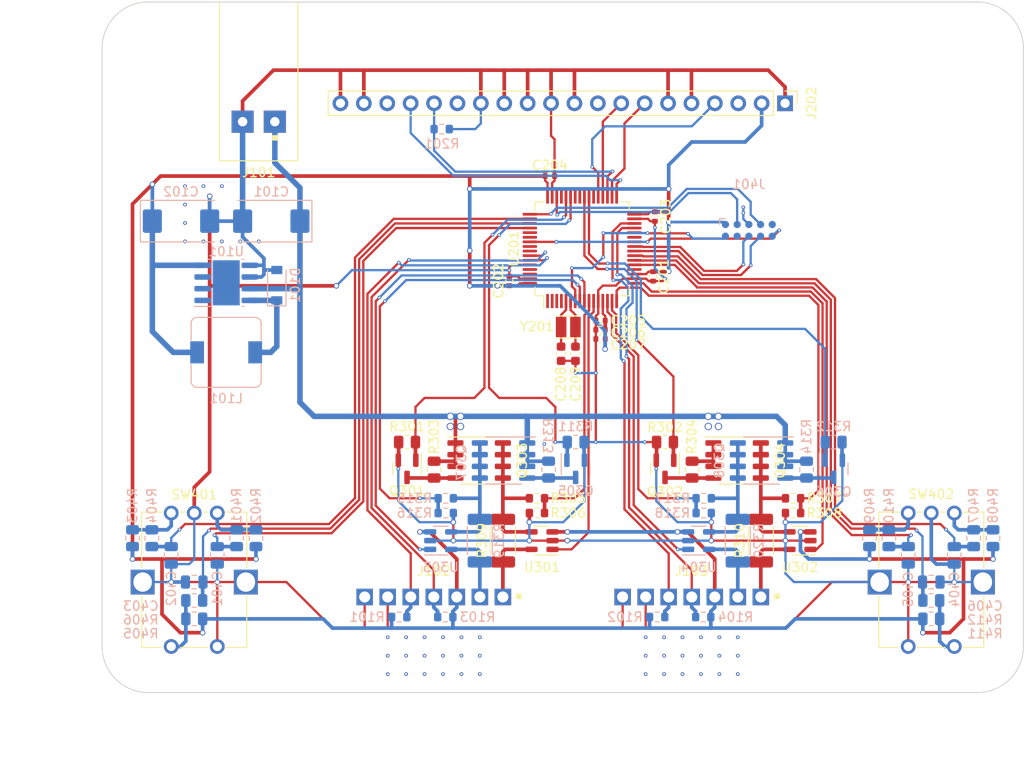
<source format=kicad_pcb>
(kicad_pcb (version 20211014) (generator pcbnew)
  (layers (0 "F.Cu" signal) (31 "B.Cu" signal) (34 "B.Paste" user) (35 "F.Paste" user) (36 "B.SilkS" user "B.Silkscreen") (37 "F.SilkS" user "F.Silkscreen") (38 "B.Mask" user) (39 "F.Mask" user) (44 "Edge.Cuts" user))
  (net 0 "")
  (net 1 "GND")
  (net 2 "+12V")
  (net 3 "+3V3")
  (net 4 "/mcu/OSC_IN")
  (net 5 "/mcu/OSC_OUT")
  (net 6 "/mcu/ENC1_A")
  (net 7 "/mcu/ENC2_A")
  (net 8 "/mcu/ENC1_B")
  (net 9 "/mcu/ENC2_B")
  (net 10 "/mcu/ENC1_SW")
  (net 11 "/mcu/ENC2_SW")
  (net 12 "/VOUT")
  (net 13 "/CH0_TIP_0")
  (net 14 "/CH0_TIP_1")
  (net 15 "/TIP0_SCL")
  (net 16 "/TIP0_SDA")
  (net 17 "/CH1_TIP_0")
  (net 18 "/CH1_TIP_1")
  (net 19 "/TIP1_SCL")
  (net 20 "/TIP1_SDA")
  (net 21 "/mcu/OLED_DC")
  (net 22 "/mcu/OLED_SDCLK")
  (net 23 "/mcu/OLED_SDIN")
  (net 24 "/mcu/OLED_~{RESET}")
  (net 25 "/mcu/OLED_~{CS}")
  (net 26 "/mcu/~{RESET}")
  (net 27 "/mcu/SWO")
  (net 28 "/mcu/SWDCLK")
  (net 29 "/mcu/SWDIO")
  (net 30 "/heating/CHA0_TIP0_PWM_D")
  (net 31 "/mcu/CHA0_PWM_0")
  (net 32 "/heating/CHA1_TIP0_PWM_D")
  (net 33 "/mcu/CHA0_PWM_1")
  (net 34 "/heating/CHA0_TIP0_SEN")
  (net 35 "/heating/CHA1_TIP0_SEN")
  (net 36 "/heating/CHA0_TIP1_PWM_D")
  (net 37 "/mcu/CHA1_PWM_0")
  (net 38 "/heating/CHA1_TIP1_PWM_D")
  (net 39 "/mcu/CHA1_PWM_1")
  (net 40 "/heating/CHA0_TIP1_SEN")
  (net 41 "/heating/CHA1_TIP1_SEN")
  (net 42 "/mcu/ANA0_VOL")
  (net 43 "/mcu/ANA2_VOL")
  (net 44 "/mcu/ANA1_VOL")
  (net 45 "/mcu/ANA3_VOL")
  (net 46 "/mcu/ANA0_CUR")
  (net 47 "/mcu/ANA1_CUR")
  (net 48 "/mcu/ANA2_CUR")
  (net 49 "/mcu/ANA3_CUR")
  (net 50 "Net-(J202-Pad3)")
  (net 51 "Net-(J202-Pad9)")
  (net 52 "Net-(J202-Pad15)")
  (net 53 "Net-(J202-Pad18)")
  (net 54 "Net-(R403-Pad2)")
  (net 55 "Net-(R409-Pad2)")
  (net 56 "Net-(U101-Pad3)")
  (net 57 "Net-(U101-Pad2)")
  (net 58 "Net-(U101-Pad1)")
  (net 59 "Net-(U201-Pad62)")
  (net 60 "Net-(U201-Pad61)")
  (net 61 "Net-(U201-Pad57)")
  (net 62 "Net-(U201-Pad56)")
  (net 63 "Net-(U201-Pad54)")
  (net 64 "Net-(U201-Pad53)")
  (net 65 "Net-(U201-Pad45)")
  (net 66 "Net-(U201-Pad38)")
  (net 67 "Net-(U201-Pad28)")
  (net 68 "Net-(U201-Pad27)")
  (net 69 "Net-(U201-Pad26)")
  (net 70 "Net-(U201-Pad20)")
  (net 71 "Net-(U201-Pad4)")
  (net 72 "Net-(U201-Pad3)")
  (net 73 "Net-(U201-Pad2)")
  (net 74 "Net-(U201-Pad1)")
  (net 75 "Net-(R401-Pad1)")
  (net 76 "Net-(R405-Pad2)")
  (net 77 "Net-(R407-Pad1)")
  (net 78 "Net-(R411-Pad2)")
  (net 79 "Net-(J401-Pad9)")
  (net 80 "Net-(U201-Pad41)")
  (net 81 "Net-(U201-Pad42)")
  (net 82 "/mcu/USART_RX")
  (net 83 "/mcu/USART_TX")
  (footprint "solder_station:EC12E" (layer "F.Cu") (at 100 122 180)
    (fp_text reference "SW401")
    (fp_text value "ROT_ENC_SWITCH")
  )
  (footprint "Resistor_SMD:R_0805_2012Metric" (layer "F.Cu") (at 151.1 106.8 180)
    (fp_text reference "R302")
    (fp_text value "4k7")
  )
  (footprint "Resistor_SMD:R_0805_2012Metric" (layer "F.Cu") (at 154.0375 109.7875 -90)
    (fp_text reference "R304")
    (fp_text value "4k7")
  )
  (footprint "Package_TO_SOT_SMD:SOT-23-5" (layer "F.Cu") (at 165.75 117.5 180)
    (fp_text reference "U302")
    (fp_text value "INA196")
  )
  (footprint "Resistor_SMD:R_0603_1608Metric" (layer "F.Cu") (at 165 112.9)
    (fp_text reference "R307")
    (fp_text value "30k")
  )
  (footprint "Package_TO_SOT_SMD:SOT-23" (layer "F.Cu") (at 151.1 109.7 -90)
    (fp_text reference "Q302")
    (fp_text value "NVR4003NT3G")
  )
  (footprint "Package_SO:SO-8_3.9x4.9mm_P1.27mm" (layer "F.Cu") (at 158.925 108.8)
    (fp_text reference "Q304")
    (fp_text value "IRF7416TRPBFCT-ND")
  )
  (footprint "Resistor_SMD:R_2010_5025Metric" (layer "F.Cu") (at 161.5 117.5 90)
    (fp_text reference "R310")
    (fp_text value "20m")
  )
  (footprint "solder_station:EC12E" (layer "F.Cu") (at 180 122 180)
    (fp_text reference "SW402")
    (fp_text value "ROT_ENC_SWITCH")
  )
  (footprint "solder_station:NANOFIT_7_90" (layer "F.Cu") (at 154 130.8)
    (fp_text reference "J103")
    (fp_text value "Conn_01x07")
  )
  (footprint "Resistor_SMD:R_0402_1005Metric" (layer "F.Cu") (at 138.6 77.9)
    (fp_text reference "C204")
    (fp_text value "100n")
  )
  (footprint "Resistor_SMD:R_0402_1005Metric" (layer "F.Cu") (at 149.8 88.8 -90)
    (fp_text reference "C201")
    (fp_text value "100n")
  )
  (footprint "Resistor_SMD:R_0402_1005Metric" (layer "F.Cu") (at 134.2 89.3 90)
    (fp_text reference "C202")
    (fp_text value "100n")
  )
  (footprint "Resistor_SMD:R_0402_1005Metric" (layer "F.Cu") (at 144.1 93.6 180)
    (fp_text reference "C205")
    (fp_text value "1µF")
  )
  (footprint "Resistor_SMD:R_0402_1005Metric" (layer "F.Cu") (at 150 82.3 -90)
    (fp_text reference "C203")
    (fp_text value "100n")
  )
  (footprint "solder_station:Crystal_SMD_Murata_XRCHA-2Pin_2,5x2mm" (layer "F.Cu") (at 140.600429 94.3 180)
    (fp_text reference "Y201")
    (fp_text value "Crystal")
  )
  (footprint "Capacitor_SMD:C_0603_1608Metric" (layer "F.Cu") (at 139.82 97.2 -90)
    (fp_text reference "C208")
    (fp_text value "12p")
  )
  (footprint "Capacitor_SMD:C_0603_1608Metric" (layer "F.Cu") (at 141.38 97.2 -90)
    (fp_text reference "C209")
    (fp_text value "12p")
  )
  (footprint "Package_QFP:LQFP-64_10x10mm_P0.5mm" (layer "F.Cu") (at 142.1 85.8 90)
    (fp_text reference "U201")
    (fp_text value "STM32L496RGTx")
  )
  (footprint "Resistor_SMD:R_0402_1005Metric" (layer "F.Cu") (at 144.1 94.6 180)
    (fp_text reference "C206")
    (fp_text value "10n")
  )
  (footprint "Resistor_SMD:R_0402_1005Metric" (layer "F.Cu") (at 144.1 95.6 180)
    (fp_text reference "C207")
    (fp_text value "100n")
  )
  (footprint "Resistor_SMD:R_0603_1608Metric" (layer "F.Cu") (at 165 114.5 180)
    (fp_text reference "R308")
    (fp_text value "10k")
  )
  (footprint "solder_station:ULTRAFIT_2_90" (layer "F.Cu") (at 107 72 180)
    (fp_text reference "J101")
    (fp_text value "CON_ULTRAFIT")
  )
  (footprint "solder_station:NewHaven_OLED_256x64" (layer "F.Cu") (at 140 70 180)
    (fp_text reference "J202")
    (fp_text value "OLED")
  )
  (footprint "solder_station:NANOFIT_7_90" (layer "F.Cu") (at 126 130.8)
    (fp_text reference "J102")
    (fp_text value "Conn_01x07")
  )
  (footprint "Resistor_SMD:R_0805_2012Metric" (layer "F.Cu") (at 123.1 106.8 180)
    (fp_text reference "R301")
    (fp_text value "4k7")
  )
  (footprint "Resistor_SMD:R_0805_2012Metric" (layer "F.Cu") (at 126.0375 109.7875 -90)
    (fp_text reference "R303")
    (fp_text value "4k7")
  )
  (footprint "Package_TO_SOT_SMD:SOT-23-5" (layer "F.Cu") (at 137.75 117.5 180)
    (fp_text reference "U301")
    (fp_text value "INA196")
  )
  (footprint "Resistor_SMD:R_0603_1608Metric" (layer "F.Cu") (at 137.2 114.5 180)
    (fp_text reference "R306")
    (fp_text value "10k")
  )
  (footprint "Resistor_SMD:R_0603_1608Metric" (layer "F.Cu") (at 137.2 112.9)
    (fp_text reference "R305")
    (fp_text value "30k")
  )
  (footprint "Resistor_SMD:R_2010_5025Metric" (layer "F.Cu") (at 133.5 117.5 90)
    (fp_text reference "R309")
    (fp_text value "20m")
  )
  (footprint "Package_SO:SO-8_3.9x4.9mm_P1.27mm" (layer "F.Cu") (at 130.925 108.8)
    (fp_text reference "Q303")
    (fp_text value "IRF7416TRPBFCT-ND")
  )
  (footprint "Package_TO_SOT_SMD:SOT-23" (layer "F.Cu") (at 123.1 109.7 -90)
    (fp_text reference "Q301")
    (fp_text value "NVR4003NT3G")
  )
  (footprint "Resistor_SMD:R_0805_2012Metric" (layer "B.Cu") (at 180 124)
    (fp_text reference "R412")
    (fp_text value "10k")
  )
  (footprint "Resistor_SMD:R_0805_2012Metric" (layer "B.Cu") (at 175.4 117.2375 90)
    (fp_text reference "R410")
    (fp_text value "10k")
  )
  (footprint "Capacitor_SMD:C_0805_2012Metric" (layer "B.Cu") (at 177.5 119.1 -90)
    (fp_text reference "C405")
    (fp_text value "10n")
  )
  (footprint "Capacitor_SMD:C_0805_2012Metric" (layer "B.Cu") (at 182.5 119.1 -90)
    (fp_text reference "C404")
    (fp_text value "10n")
  )
  (footprint "Capacitor_SMD:C_0805_2012Metric" (layer "B.Cu") (at 180 122)
    (fp_text reference "C406")
    (fp_text value "10n")
  )
  (footprint "Capacitor_SMD:C_0805_2012Metric" (layer "B.Cu") (at 97.5 119.1 -90)
    (fp_text reference "C402")
    (fp_text value "10n")
  )
  (footprint "Capacitor_SMD:C_0805_2012Metric" (layer "B.Cu") (at 102.5 119.1 -90)
    (fp_text reference "C401")
    (fp_text value "10n")
  )
  (footprint "Capacitor_SMD:C_0805_2012Metric" (layer "B.Cu") (at 100 122 180)
    (fp_text reference "C403")
    (fp_text value "10n")
  )
  (footprint "Resistor_SMD:R_0805_2012Metric" (layer "B.Cu") (at 93.3 117.2375 90)
    (fp_text reference "R403")
    (fp_text value "10k")
  )
  (footprint "Resistor_SMD:R_0805_2012Metric" (layer "B.Cu") (at 106.7 117.2375 90)
    (fp_text reference "R402")
    (fp_text value "10k")
  )
  (footprint "Resistor_SMD:R_0805_2012Metric" (layer "B.Cu") (at 184.6 117.2375 -90)
    (fp_text reference "R407")
    (fp_text value "10k")
  )
  (footprint "Resistor_SMD:R_0805_2012Metric" (layer "B.Cu") (at 186.7 117.2375 90)
    (fp_text reference "R408")
    (fp_text value "10k")
  )
  (footprint "Resistor_SMD:R_0805_2012Metric" (layer "B.Cu") (at 180 126)
    (fp_text reference "R411")
    (fp_text value "10k")
  )
  (footprint "Resistor_SMD:R_0805_2012Metric" (layer "B.Cu") (at 100 124 180)
    (fp_text reference "R406")
    (fp_text value "10k")
  )
  (footprint "Resistor_SMD:R_0805_2012Metric" (layer "B.Cu") (at 100 126 180)
    (fp_text reference "R405")
    (fp_text value "10k")
  )
  (footprint "Resistor_SMD:R_0805_2012Metric" (layer "B.Cu") (at 95.4 117.2375 90)
    (fp_text reference "R404")
    (fp_text value "10k")
  )
  (footprint "Resistor_SMD:R_0805_2012Metric" (layer "B.Cu") (at 169.4 106.8)
    (fp_text reference "R312")
    (fp_text value "4k7")
  )
  (footprint "Package_TO_SOT_SMD:SOT-23-5" (layer "B.Cu") (at 154.75 117.5)
    (fp_text reference "U304")
    (fp_text value "INA196")
  )
  (footprint "Resistor_SMD:R_0603_1608Metric" (layer "B.Cu") (at 155.3 114.5)
    (fp_text reference "R318")
    (fp_text value "10k")
  )
  (footprint "Package_TO_SOT_SMD:SOT-23" (layer "B.Cu") (at 169.4 109.7 -90)
    (fp_text reference "Q306")
    (fp_text value "NVR4003NT3G")
  )
  (footprint "Resistor_SMD:R_0603_1608Metric" (layer "B.Cu") (at 155.3 112.9 180)
    (fp_text reference "R317")
    (fp_text value "30k")
  )
  (footprint "Resistor_SMD:R_2010_5025Metric" (layer "B.Cu") (at 159 117.5 90)
    (fp_text reference "R320")
    (fp_text value "20m")
  )
  (footprint "Package_SO:SO-8_3.9x4.9mm_P1.27mm" (layer "B.Cu") (at 161.575 108.8 180)
    (fp_text reference "Q308")
    (fp_text value "IRF7416TRPBFCT-ND")
  )
  (footprint "Resistor_SMD:R_0603_1608Metric" (layer "B.Cu") (at 126.86 72.8)
    (fp_text reference "R201")
    (fp_text value "10k")
  )
  (footprint "Resistor_SMD:R_0805_2012Metric" (layer "B.Cu") (at 173.3 117.2375 90)
    (fp_text reference "R409")
    (fp_text value "10k")
  )
  (footprint "Resistor_SMD:R_0805_2012Metric" (layer "B.Cu") (at 104.6 117.2375 -90)
    (fp_text reference "R401")
    (fp_text value "10k")
  )
  (footprint "Capacitor_Tantalum_SMD:CP_EIA-7343-30_AVX-N" (layer "B.Cu") (at 98.5625 82.8)
    (fp_text reference "C102")
    (fp_text value "100µ")
  )
  (footprint "solder_station:L_Bourns_SRR0735A" (layer "B.Cu") (at 103.4625 97.05 180)
    (fp_text reference "L101")
    (fp_text value "100µ")
  )
  (footprint "Capacitor_Tantalum_SMD:CP_EIA-7343-30_AVX-N" (layer "B.Cu") (at 108.3625 82.8 180)
    (fp_text reference "C101")
    (fp_text value "68µ")
  )
  (footprint "Diode_SMD:D_SOD-123" (layer "B.Cu") (at 108.9625 89.755 90)
    (fp_text reference "D101")
    (fp_text value "1N5819")
  )
  (footprint "Resistor_SMD:R_0603_1608Metric" (layer "B.Cu") (at 155.25 125.8 180)
    (fp_text reference "R104")
    (fp_text value "1k")
  )
  (footprint "Resistor_SMD:R_0805_2012Metric" (layer "B.Cu") (at 166.4625 109.7875 -90)
    (fp_text reference "R314")
    (fp_text value "4k7")
  )
  (footprint "Resistor_SMD:R_0603_1608Metric" (layer "B.Cu") (at 150.25 125.8)
    (fp_text reference "R102")
    (fp_text value "1k")
  )
  (footprint "Package_SO:SOIC-8-1EP_3.9x4.9mm_P1.27mm_EP2.95x4.9mm_Mask2.71x3.4mm" (layer "B.Cu") (at 103.4625 89.5)
    (fp_text reference "U101")
    (fp_text value "LM2594MX-3.3")
  )
  (footprint "Connector:Tag-Connect_TC2050-IDC-FP_2x05_P1.27mm_Vertical" (layer "B.Cu") (at 160.2 83.8)
    (fp_text reference "J401")
    (fp_text value "Conn_ARM_JTAG_SWD_10")
  )
  (footprint "Resistor_SMD:R_0805_2012Metric" (layer "B.Cu") (at 138.4625 109.7875 -90)
    (fp_text reference "R313")
    (fp_text value "4k7")
  )
  (footprint "Resistor_SMD:R_0805_2012Metric" (layer "B.Cu") (at 141.4 106.8)
    (fp_text reference "R311")
    (fp_text value "4k7")
  )
  (footprint "Resistor_SMD:R_0603_1608Metric" (layer "B.Cu") (at 127.25 125.8 180)
    (fp_text reference "R103")
    (fp_text value "1k")
  )
  (footprint "Resistor_SMD:R_0603_1608Metric" (layer "B.Cu") (at 122.25 125.8)
    (fp_text reference "R101")
    (fp_text value "1k")
  )
  (footprint "Resistor_SMD:R_0603_1608Metric" (layer "B.Cu") (at 127.3 114.5)
    (fp_text reference "R316")
    (fp_text value "10k")
  )
  (footprint "Resistor_SMD:R_0603_1608Metric" (layer "B.Cu") (at 127.3 112.9 180)
    (fp_text reference "R315")
    (fp_text value "30k")
  )
  (footprint "Package_SO:SO-8_3.9x4.9mm_P1.27mm" (layer "B.Cu") (at 133.575 108.8 180)
    (fp_text reference "Q307")
    (fp_text value "IRF7416TRPBFCT-ND")
  )
  (footprint "Package_TO_SOT_SMD:SOT-23-5" (layer "B.Cu") (at 126.75 117.5)
    (fp_text reference "U303")
    (fp_text value "INA196")
  )
  (footprint "Resistor_SMD:R_2010_5025Metric" (layer "B.Cu") (at 131 117.5 90)
    (fp_text reference "R319")
    (fp_text value "20m")
  )
  (footprint "Package_TO_SOT_SMD:SOT-23" (layer "B.Cu") (at 141.4 109.7 -90)
    (fp_text reference "Q305")
    (fp_text value "NVR4003NT3G")
  )
  (gr_line (start 95 134) (end 185 134) (layer "Edge.Cuts") (width 0.1))
  (gr_line (start 185 59) (end 95 59) (layer "Edge.Cuts") (width 0.1))
  (gr_line (start 90 64) (end 90 129) (layer "Edge.Cuts") (width 0.1))
  (gr_arc (start 90 64) (mid 91.464466 60.464466) (end 95 59) (layer "Edge.Cuts") (width 0.1))
  (gr_arc (start 185 59) (mid 188.535534 60.464466) (end 190 64) (layer "Edge.Cuts") (width 0.1))
  (gr_arc (start 95 134) (mid 91.464466 132.535534) (end 90 129) (layer "Edge.Cuts") (width 0.1))
  (gr_line (start 190 129) (end 190 64) (layer "Edge.Cuts") (width 0.1))
  (gr_arc (start 190 129) (mid 188.535534 132.535534) (end 185 134) (layer "Edge.Cuts") (width 0.1))
  (segment (start 150.1875 108.6625) (end 150.15 108.7) (width 0.4) (layer "F.Cu") (net 1))
  (segment (start 150.1875 106.8) (end 150.1875 108.6625) (width 0.4) (layer "F.Cu") (net 1))
  (segment (start 143.59 94.6) (end 143.59 95.6) (width 0.25) (layer "F.Cu") (net 1))
  (segment (start 143.59 93.6) (end 143.59 94.6) (width 0.25) (layer "F.Cu") (net 1))
  (segment (start 141.38 97.975) (end 139.82 97.975) (width 0.25) (layer "F.Cu") (net 1))
  (segment (start 147.775 89.05) (end 149.05 89.05) (width 0.25) (layer "F.Cu") (net 1))
  (segment (start 149.31 89.31) (end 150 89.31) (width 0.25) (layer "F.Cu") (net 1))
  (segment (start 122.1875 106.8) (end 122.1875 108.6625) (width 0.4) (layer "F.Cu") (net 1))
  (segment (start 122.1875 108.6625) (end 122.15 108.7) (width 0.4) (layer "F.Cu") (net 1))
  (segment (start 138.85 117.5) (end 140.5 117.5) (width 0.25) (layer "F.Cu") (net 1))
  (segment (start 121 123.62) (end 121 127) (width 0.25) (layer "F.Cu") (net 1))
  (segment (start 118.5 123.62) (end 118.5 127) (width 0.25) (layer "F.Cu") (net 1))
  (segment (start 136.375 115.6) (end 136.375 114.5) (width 0.4) (layer "F.Cu") (net 1))
  (segment (start 128.125 115.6) (end 128.125 117.5) (width 0.25) (layer "F.Cu") (net 1))
  (segment (start 136.375 117.5) (end 138.85 117.5) (width 0.25) (layer "F.Cu") (net 1))
  (segment (start 122.15 108.7) (end 122.15 109.7) (width 0.25) (layer "F.Cu") (net 1))
  (segment (start 118.41 66.4) (end 131.11 66.4) (width 0.4) (layer "F.Cu") (net 1))
  (segment (start 135.35 89.05) (end 136.425 89.05) (width 0.25) (layer "F.Cu") (net 1))
  (segment (start 166.85 117.5) (end 164.175 117.5) (width 0.25) (layer "F.Cu") (net 1))
  (segment (start 100 111.7) (end 100 114.5) (width 0.4) (layer "F.Cu") (net 1))
  (segment (start 177.5 122) (end 174.4 122) (width 0.25) (layer "F.Cu") (net 1))
  (segment (start 143.85 91.475) (end 143.85 90.3) (width 0.25) (layer "F.Cu") (net 1))
  (segment (start 145.76359 89.8) (end 146.51359 89.05) (width 0.25) (layer "F.Cu") (net 1))
  (segment (start 118.5 127) (end 121 127) (width 0.25) (layer "F.Cu") (net 1))
  (segment (start 150.15 108.7) (end 150.15 109.7) (width 0.25) (layer "F.Cu") (net 1))
  (segment (start 141.38 97.975) (end 141.38 99.3) (width 0.25) (layer "F.Cu") (net 1))
  (segment (start 102.5 122) (end 105.6 122) (width 0.25) (layer "F.Cu") (net 1))
  (segment (start 138.73 70) (end 138.73 66.4) (width 0.4) (layer "F.Cu") (net 1))
  (segment (start 102.5 129) (end 102.5 122) (width 0.25) (layer "F.Cu") (net 1))
  (segment (start 177.5 122) (end 182.5 122) (width 0.25) (layer "F.Cu") (net 1))
  (segment (start 136.19 70) (end 136.19 66.4) (width 0.4) (layer "F.Cu") (net 1))
  (segment (start 146.51359 89.05) (end 147.775 89.05) (width 0.25) (layer "F.Cu") (net 1))
  (segment (start 134.200008 87.793318) (end 134.443326 87.55) (width 0.25) (layer "F.Cu") (net 1))
  (segment (start 101.675 89.825) (end 115.425 89.825) (width 0.4) (layer "F.Cu") (net 1))
  (segment (start 150 82.81) (end 150 83.5) (width 0.25) (layer "F.Cu") (net 1))
  (segment (start 138.85 78.65) (end 139.11 78.39) (width 0.25) (layer "F.Cu") (net 1))
  (segment (start 151.43 66.4) (end 141.27 66.4) (width 0.4) (layer "F.Cu") (net 1))
  (segment (start 164.13 70) (end 164.13 68.23) (width 0.4) (layer "F.Cu") (net 1))
  (segment (start 138.85 80.125) (end 138.85 78.65) (width 0.25) (layer "F.Cu") (net 1))
  (segment (start 121 127) (end 146.5 127) (width 0.25) (layer "F.Cu") (net 1))
  (segment (start 164.223534 127) (end 169.223534 122) (width 0.25) (layer "F.Cu") (net 1))
  (segment (start 143.85 90.3) (end 144.35 89.8) (width 0.25) (layer "F.Cu") (net 1))
  (segment (start 110 122) (end 115 127) (width 0.25) (layer "F.Cu") (net 1))
  (segment (start 139.11 77.9) (end 139.11 73.91) (width 0.25) (layer "F.Cu") (net 1))
  (segment (start 115.87 66.4) (end 118.41 66.4) (width 0.4) (layer "F.Cu") (net 1))
  (segment (start 143.85 91.475) (end 143.85 92.85) (width 0.25) (layer "F.Cu") (net 1))
  (segment (start 164.13 68.23) (end 162.3 66.4) (width 0.4) (layer "F.Cu") (net 1))
  (segment (start 133.65 66.4) (end 136.19 66.4) (width 0.4) (layer "F.Cu") (net 1))
  (segment (start 144.35 89.8) (end 145.76359 89.8) (width 0.25) (layer "F.Cu") (net 1))
  (segment (start 153.97 70) (end 153.97 66.4) (width 0.4) (layer "F.Cu") (net 1))
  (segment (start 133.65 66.4) (end 131.11 66.4) (width 0.4) (layer "F.Cu") (net 1))
  (segment (start 134.2 88.125008) (end 134.200008 88.125) (width 0.25) (layer "F.Cu") (net 1))
  (segment (start 101.675 110.025) (end 100 111.7) (width 0.4) (layer "F.Cu") (net 1))
  (segment (start 149.31 89.31) (end 149.05 89.05) (width 0.25) (layer "F.Cu") (net 1))
  (segment (start 105.25 72) (end 105.25 69.75) (width 0.4) (layer "F.Cu") (net 1))
  (segment (start 177.5 122) (end 177.5 129) (width 0.25) (layer "F.Cu") (net 1))
  (segment (start 138.73 73.53) (end 138.73 70) (width 0.25) (layer "F.Cu") (net 1))
  (segment (start 139.11 73.91) (end 138.73 73.53) (width 0.25) (layer "F.Cu") (net 1))
  (segment (start 134.443326 87.55) (end 136.425 87.55) (width 0.25) (layer "F.Cu") (net 1))
  (segment (start 149 127) (end 164.223534 127) (width 0.25) (layer "F.Cu") (net 1))
  (segment (start 164.175 114.5) (end 164.175 115.6) (width 0.25) (layer "F.Cu") (net 1))
  (segment (start 150 82.81) (end 149.51 82.81) (width 0.25) (layer "F.Cu") (net 1))
  (segment (start 143.59 93.11) (end 143.59 93.4) (width 0.25) (layer "F.Cu") (net 1))
  (segment (start 135.09 88.79) (end 135.35 89.05) (width 0.25) (layer "F.Cu") (net 1))
  (segment (start 151.43 70) (end 151.43 66.4) (width 0.4) (layer "F.Cu") (net 1))
  (segment (start 105.6 122) (end 110 122) (width 0.25) (layer "F.Cu") (net 1))
  (segment (start 146.5 123.62) (end 146.5 127) (width 0.25) (layer "F.Cu") (net 1))
  (segment (start 143.85 92.85) (end 143.59 93.11) (width 0.25) (layer "F.Cu") (net 1))
  (segment (start 134.2 88.79) (end 135.09 88.79) (width 0.25) (layer "F.Cu") (net 1))
  (segment (start 143.59 106.799986) (end 143.590014 106.8) (width 0.25) (layer "F.Cu") (net 1))
  (segment (start 134.200008 88.125) (end 134.200008 87.793318) (width 0.25) (layer "F.Cu") (net 1))
  (segment (start 138.73 66.4) (end 141.27 66.4) (width 0.4) (layer "F.Cu") (net 1))
  (segment (start 164.175 117.5) (end 156.1 117.5) (width 0.25) (layer "F.Cu") (net 1))
  (segment (start 115 127) (end 118.5 127) (width 0.25) (layer "F.Cu") (net 1))
  (segment (start 134.2 88.79) (end 134.2 88.125008) (width 0.25) (layer "F.Cu") (net 1))
  (segment (start 146.5 127) (end 149 127) (width 0.25) (layer "F.Cu") (net 1))
  (segment (start 138.73 66.4) (end 136.19 66.4) (width 0.4) (layer "F.Cu") (net 1))
  (segment (start 156.125 117.5) (end 156.125 115.5) (width 0.25) (layer "F.Cu") (net 1))
  (segment (start 139.11 78.39) (end 139.11 77.9) (width 0.25) (layer "F.Cu") (net 1))
  (segment (start 150.84 89.31) (end 151.1 89.05) (width 0.25) (layer "F.Cu") (net 1))
  (segment (start 143.59 95.6) (end 143.59 106.799986) (width 0.25) (layer "F.Cu") (net 1))
  (segment (start 108.6 66.4) (end 115.87 66.4) (width 0.4) (layer "F.Cu") (net 1))
  (segment (start 101.675 80.1) (end 101.675 89.825) (width 0.4) (layer "F.Cu") (net 1))
  (segment (start 162.3 66.4) (end 153.97 66.4) (width 0.4) (layer "F.Cu") (net 1))
  (segment (start 153.97 66.4) (end 151.43 66.4) (width 0.4) (layer "F.Cu") (net 1))
  (segment (start 105.25 69.75) (end 108.6 66.4) (width 0.4) (layer "F.Cu") (net 1))
  (segment (start 131.11 70) (end 131.11 66.4) (width 0.4) (layer "F.Cu") (net 1))
  (segment (start 118.41 70) (end 118.41 66.4) (width 0.4) (layer "F.Cu") (net 1))
  (segment (start 133.65 70) (end 133.65 66.4) (width 0.4) (layer "F.Cu") (net 1))
  (segment (start 149.8 89.31) (end 150.84 89.31) (width 0.25) (layer "F.Cu") (net 1))
  (segment (start 97.5 122) (end 102.5 122) (width 0.25) (layer "F.Cu") (net 1))
  (segment (start 169.223534 122) (end 174.4 122) (width 0.25) (layer "F.Cu") (net 1))
  (segment (start 149.25 82.55) (end 147.775 82.55) (width 0.25) (layer "F.Cu") (net 1))
  (segment (start 141.27 70) (end 141.27 66.4) (width 0.4) (layer "F.Cu") (net 1))
  (segment (start 149.51 82.81) (end 149.25 82.55) (width 0.25) (layer "F.Cu") (net 1))
  (segment (start 115.87 70) (end 115.87 66.4) (width 0.4) (layer "F.Cu") (net 1))
  (segment (start 148.9 106.8) (end 150.1875 106.8) (width 0.25) (layer "F.Cu") (net 1))
  (segment (start 101.675 89.825) (end 101.675 110.025) (width 0.4) (layer "F.Cu") (net 1))
  (segment (start 149 123.62) (end 149 127) (width 0.25) (layer "F.Cu") (net 1))
  (via (at 105 85) (size 0.4) (drill 0.2) (layers "F.Cu" "B.Cu") (net 1))
  (via (at 123 128) (size 0.4) (drill 0.2) (layers "F.Cu" "B.Cu") (net 1))
  (via (at 125 128) (size 0.4) (drill 0.2) (layers "F.Cu" "B.Cu") (net 1))
  (via (at 131 128) (size 0.4) (drill 0.2) (layers "F.Cu" "B.Cu") (net 1))
  (via (at 127 128) (size 0.4) (drill 0.2) (layers "F.Cu" "B.Cu") (net 1))
  (via (at 129 128) (size 0.4) (drill 0.2) (layers "F.Cu" "B.Cu") (net 1))
  (via (at 121 128) (size 0.4) (drill 0.2) (layers "F.Cu" "B.Cu") (net 1))
  (via (at 121 130) (size 0.4) (drill 0.2) (layers "F.Cu" "B.Cu") (net 1))
  (via (at 128.125 115.5) (size 0.6) (drill 0.4) (layers "F.Cu" "B.Cu") (net 1))
  (via (at 140.5 117.5) (size 0.6) (drill 0.4) (layers "F.Cu" "B.Cu") (net 1))
  (via (at 136.375 115.5) (size 0.6) (drill 0.4) (layers "F.Cu" "B.Cu") (net 1))
  (via (at 128.125 117.5) (size 0.6) (drill 0.4) (layers "F.Cu" "B.Cu") (net 1))
  (via (at 136.375 117.5) (size 0.6) (drill 0.4) (layers "F.Cu" "B.Cu") (net 1))
  (via (at 122.15 109.7) (size 0.4) (drill 0.2) (layers "F.Cu" "B.Cu") (net 1))
  (via (at 138 107) (size 0.4) (drill 0.2) (layers "F.Cu" "B.Cu") (net 1))
  (via (at 123 130) (size 0.4) (drill 0.2) (layers "F.Cu" "B.Cu") (net 1))
  (via (at 129 132) (size 0.4) (drill 0.2) (layers "F.Cu" "B.Cu") (net 1))
  (via (at 131 130) (size 0.4) (drill 0.2) (layers "F.Cu" "B.Cu") (net 1))
  (via (at 129 130) (size 0.4) (drill 0.2) (layers "F.Cu" "B.Cu") (net 1))
  (via (at 131 132) (size 0.4) (drill 0.2) (layers "F.Cu" "B.Cu") (net 1))
  (via (at 125 132) (size 0.4) (drill 0.2) (layers "F.Cu" "B.Cu") (net 1))
  (via (at 121 132) (size 0.4) (drill 0.2) (layers "F.Cu" "B.Cu") (net 1))
  (via (at 127 132) (size 0.4) (drill 0.2) (layers "F.Cu" "B.Cu") (net 1))
  (via (at 123 132) (size 0.4) (drill 0.2) (layers "F.Cu" "B.Cu") (net 1))
  (via (at 125 130) (size 0.4) (drill 0.2) (layers "F.Cu" "B.Cu") (net 1))
  (via (at 127 130) (size 0.4) (drill 0.2) (layers "F.Cu" "B.Cu") (net 1))
  (via (at 159.6 81.9) (size 0.4) (drill 0.2) (layers "F.Cu" "B.Cu") (net 1))
  (via (at 151 130) (size 0.4) (drill 0.2) (layers "F.Cu" "B.Cu") (net 1))
  (via (at 143.59 99.3) (size 0.4) (drill 0.2) (layers "F.Cu" "B.Cu") (net 1))
  (via (at 107 85) (size 0.4) (drill 0.2) (layers "F.Cu" "B.Cu") (net 1))
  (via (at 155 128) (size 0.4) (drill 0.2) (layers "F.Cu" "B.Cu") (net 1))
  (via (at 149 128) (size 0.4) (drill 0.2) (layers "F.Cu" "B.Cu") (net 1))
  (via (at 159 128) (size 0.4) (drill 0.2) (layers "F.Cu" "B.Cu") (net 1))
  (via (at 164.175 117.5) (size 0.6) (drill 0.4) (layers "F.Cu" "B.Cu") (net 1))
  (via (at 149 130) (size 0.4) (drill 0.2) (layers "F.Cu" "B.Cu") (net 1))
  (via (at 150 83.5) (size 0.4) (drill 0.2) (layers "F.Cu" "B.Cu") (net 1))
  (via (at 151 128) (size 0.4) (drill 0.2) (layers "F.Cu" "B.Cu") (net 1))
  (via (at 159 130) (size 0.4) (drill 0.2) (layers "F.Cu" "B.Cu") (net 1))
  (via (at 159.6 81.3) (size 0.4) (drill 0.2) (layers "F.Cu" "B.Cu") (net 1))
  (via (at 151.1 89.05) (size 0.4) (drill 0.2) (layers "F.Cu" "B.Cu") (net 1))
  (via (at 103 79) (size 0.4) (drill 0.2) (layers "F.Cu" "B.Cu") (net 1))
  (via (at 99 79) (size 0.4) (drill 0.2) (layers "F.Cu" "B.Cu") (net 1))
  (via (at 177.5 122) (size 0.6) (drill 0.4) (layers "F.Cu" "B.Cu") (net 1))
  (via (at 99 81) (size 0.4) (drill 0.2) (layers "F.Cu" "B.Cu") (net 1))
  (via (at 143.590014 106.8) (size 0.4) (drill 0.2) (layers "F.Cu" "B.Cu") (net 1))
  (via (at 151 132) (size 0.4) (drill 0.2) (layers "F.Cu" "B.Cu") (net 1))
  (via (at 153 128) (size 0.4) (drill 0.2) (layers "F.Cu" "B.Cu") (net 1))
  (via (at 149 132) (size 0.4) (drill 0.2) (layers "F.Cu" "B.Cu") (net 1))
  (via (at 101 79) (size 0.4) (drill 0.2) (layers "F.Cu" "B.Cu") (net 1))
  (via (at 156.125 115.5) (size 0.6) (drill 0.4) (layers "F.Cu" "B.Cu") (net 1))
  (via (at 156.125 117.5) (size 0.6) (drill 0.4) (layers "F.Cu" "B.Cu") (net 1))
  (via (at 99 85) (size 0.4) (drill 0.2) (layers "F.Cu" "B.Cu") (net 1))
  (via (at 102.5 122) (size 0.6) (drill 0.4) (layers "F.Cu" "B.Cu") (net 1))
  (via (at 141.38 99.3) (size 0.4) (drill 0.2) (layers "F.Cu" "B.Cu") (net 1))
  (via (at 99 83) (size 0.4) (drill 0.2) (layers "F.Cu" "B.Cu") (net 1))
  (via (at 155 132) (size 0.4) (drill 0.2) (layers "F.Cu" "B.Cu") (net 1))
  (via (at 97.5 122) (size 0.6) (drill 0.4) (layers "F.Cu" "B.Cu") (net 1))
  (via (at 150.15 109.7) (size 0.4) (drill 0.2) (layers "F.Cu" "B.Cu") (net 1))
  (via (at 157 128) (size 0.4) (drill 0.2) (layers "F.Cu" "B.Cu") (net 1))
  (via (at 157 132) (size 0.4) (drill 0.2) (layers "F.Cu" "B.Cu") (net 1))
  (via (at 153 130) (size 0.4) (drill 0.2) (layers "F.Cu" "B.Cu") (net 1))
  (via (at 157 130) (size 0.4) (drill 0.2) (layers "F.Cu" "B.Cu") (net 1))
  (via (at 115.425 89.825) (size 0.6) (drill 0.4) (layers "F.Cu" "B.Cu") (net 1))
  (via (at 101.675 80.1) (size 0.6) (drill 0.4) (layers "F.Cu" "B.Cu") (net 1))
  (via (at 134.200008 88.125) (size 0.4) (drill 0.2) (layers "F.Cu" "B.Cu") (net 1))
  (via (at 153 132) (size 0.4) (drill 0.2) (layers "F.Cu" "B.Cu") (net 1))
  (via (at 182.5 122) (size 0.6) (drill 0.4) (layers "F.Cu" "B.Cu") (net 1))
  (via (at 101 85) (size 0.4) (drill 0.2) (layers "F.Cu" "B.Cu") (net 1))
  (via (at 103 85) (size 0.4) (drill 0.2) (layers "F.Cu" "B.Cu") (net 1))
  (via (at 155 130) (size 0.4) (drill 0.2) (layers "F.Cu" "B.Cu") (net 1))
  (via (at 159 132) (size 0.4) (drill 0.2) (layers "F.Cu" "B.Cu") (net 1))
  (via (at 148.9 106.8) (size 0.4) (drill 0.2) (layers "F.Cu" "B.Cu") (net 1))
  (via (at 164.175 115.5) (size 0.6) (drill 0.4) (layers "F.Cu" "B.Cu") (net 1))
  (segment (start 170.3125 106.8) (end 170.3125 108.6625) (width 0.4) (layer "B.Cu") (net 1))
  (segment (start 170.3125 108.6625) (end 170.35 108.7) (width 0.4) (layer "B.Cu") (net 1))
  (segment (start 143.6 106.8) (end 143.599994 106.8) (width 0.25) (layer "B.Cu") (net 1))
  (segment (start 142.3125 108.6625) (end 142.35 108.7) (width 0.4) (layer "B.Cu") (net 1))
  (segment (start 142.3125 106.8) (end 142.3125 108.6625) (width 0.4) (layer "B.Cu") (net 1))
  (segment (start 128.125 114.5) (end 128.125 115.6) (width 0.4) (layer "B.Cu") (net 1))
  (segment (start 128.125 117.5) (end 125.65 117.5) (width 0.25) (layer "B.Cu") (net 1))
  (segment (start 128.125 117.5) (end 136.375 117.5) (width 0.25) (layer "B.Cu") (net 1))
  (segment (start 136.375 115.6) (end 136.375 117.5) (width 0.25) (layer "B.Cu") (net 1))
  (segment (start 142.35 113.2) (end 142.35 108.7) (width 0.25) (layer "B.Cu") (net 1))
  (segment (start 136.375 115.5) (end 140.05 115.5) (width 0.25) (layer "B.Cu") (net 1))
  (segment (start 128.125 115.5) (end 124.45 115.5) (width 0.25) (layer "B.Cu") (net 1))
  (segment (start 122.15 113.2) (end 122.15 109.7) (width 0.25) (layer "B.Cu") (net 1))
  (segment (start 140.05 115.5) (end 142.35 113.2) (width 0.25) (layer "B.Cu") (net 1))
  (segment (start 124.45 115.5) (end 122.15 113.2) (width 0.25) (layer "B.Cu") (net 1))
  (segment (start 182.5 120.05) (end 182.5 122) (width 0.25) (layer "B.Cu") (net 1))
  (segment (start 156.125 115.5) (end 152.45 115.5) (width 0.25) (layer "B.Cu") (net 1))
  (segment (start 97.5 122) (end 97.5 120.05) (width 0.25) (layer "B.Cu") (net 1))
  (segment (start 94.4 122) (end 97.5 122) (width 0.25) (layer "B.Cu") (net 1))
  (segment (start 180.55 120.05) (end 182.5 120.05) (width 0.4) (layer "B.Cu") (net 1))
  (segment (start 156.125 115.5) (end 156.125 114.5) (width 0.25) (layer "B.Cu") (net 1))
  (segment (start 127.685 72.8) (end 130.5 72.8) (width 0.25) (layer "B.Cu") (net 1))
  (segment (start 164.175 121.075) (end 165.1 122) (width 0.25) (layer "B.Cu") (net 1))
  (segment (start 117.125 88.125) (end 134.200008 88.125) (width 0.25) (layer "B.Cu") (net 1))
  (segment (start 141.38 99.3) (end 143.59 99.3) (width 0.25) (layer "B.Cu") (net 1))
  (segment (start 99.45 120.05) (end 97.5 120.05) (width 0.25) (layer "B.Cu") (net 1))
  (segment (start 150.15 113.2) (end 150.15 109.7) (width 0.25) (layer "B.Cu") (net 1))
  (segment (start 150 87.95) (end 150 83.5) (width 0.25) (layer "B.Cu") (net 1))
  (segment (start 153.65 117.5) (end 140.5 117.5) (width 0.25) (layer "B.Cu") (net 1))
  (segment (start 100 114.5) (end 100 119.5) (width 0.25) (layer "B.Cu") (net 1))
  (segment (start 164.175 115.5) (end 168 115.5) (width 0.25) (layer "B.Cu") (net 1))
  (segment (start 99.05 122) (end 97.5 122) (width 0.4) (layer "B.Cu") (net 1))
  (segment (start 131.11 72.19) (end 131.11 70) (width 0.25) (layer "B.Cu") (net 1))
  (segment (start 151.1 89.05) (end 150 87.95) (width 0.25) (layer "B.Cu") (net 1))
  (segment (start 107.2975 88.865) (end 107.5625 88.6) (width 0.4) (layer "B.Cu") (net 1))
  (segment (start 152.45 115.5) (end 150.15 113.2) (width 0.25) (layer "B.Cu") (net 1))
  (segment (start 164.175 115.6) (end 164.175 117.5) (width 0.25) (layer "B.Cu") (net 1))
  (segment (start 180.95 122) (end 185.6 122) (width 0.25) (layer "B.Cu") (net 1))
  (segment (start 142.3125 106.8) (end 148.9 106.8) (width 0.25) (layer "B.Cu") (net 1))
  (segment (start 105.25 84.525) (end 105.25 82.8) (width 0.4) (layer "B.Cu") (net 1))
  (segment (start 168 115.5) (end 170.35 113.15) (width 0.25) (layer "B.Cu") (net 1))
  (segment (start 130.5 72.8) (end 131.11 72.19) (width 0.25) (layer "B.Cu") (net 1))
  (segment (start 153.65 117.5) (end 156.1 117.5) (width 0.25) (layer "B.Cu") (net 1))
  (segment (start 108.9625 88.105) (end 107.5625 88.105) (width 0.4) (layer "B.Cu") (net 1))
  (segment (start 164.175 117.5) (end 164.175 121.075) (width 0.25) (layer "B.Cu") (net 1))
  (segment (start 106.025 87.595) (end 107.5625 87.595) (width 0.4) (layer "B.Cu") (net 1))
  (segment (start 165.1 122) (end 174.4 122) (width 0.25) (layer "B.Cu") (net 1))
  (segment (start 105.25 82.8) (end 105.25 72) (width 0.6) (layer "B.Cu") (net 1))
  (segment (start 115.425 89.825) (end 117.125 88.125) (width 0.25) (layer "B.Cu") (net 1))
  (segment (start 107.5625 88.6) (end 107.5625 86.8375) (width 0.4) (layer "B.Cu") (net 1))
  (segment (start 100 119.5) (end 99.45 120.05) (width 0.25) (layer "B.Cu") (net 1))
  (segment (start 170.35 113.15) (end 170.35 108.7) (width 0.25) (layer "B.Cu") (net 1))
  (segment (start 106.025 88.865) (end 107.2975 88.865) (width 0.4) (layer "B.Cu") (net 1))
  (segment (start 177.5 122) (end 177.5 120.05) (width 0.25) (layer "B.Cu") (net 1))
  (segment (start 180 119.5) (end 180.55 120.05) (width 0.4) (layer "B.Cu") (net 1))
  (segment (start 107.5625 86.8375) (end 105.25 84.525) (width 0.4) (layer "B.Cu") (net 1))
  (segment (start 102.5 120.05) (end 102.5 122) (width 0.25) (layer "B.Cu") (net 1))
  (segment (start 160.2 83.165) (end 159.6 82.565) (width 0.25) (layer "B.Cu") (net 1))
  (segment (start 159.6 82.565) (end 159.6 81.3) (width 0.25) (layer "B.Cu") (net 1))
  (segment (start 180 114.5) (end 180 119.5) (width 0.4) (layer "B.Cu") (net 1))
  (segment (start 101.675 82.8) (end 105.25 82.8) (width 0.4) (layer "B.Cu") (net 1))
  (segment (start 101.675 82.8) (end 101.675 80.1) (width 0.4) (layer "B.Cu") (net 1))
  (segment (start 156.35 106.895) (end 156.35 108.165) (width 0.4) (layer "F.Cu") (net 2))
  (segment (start 156.35 108.165) (end 156.35 109.435) (width 0.4) (layer "F.Cu") (net 2))
  (segment (start 154.0375 108.875) (end 156.35 108.875) (width 0.4) (layer "F.Cu") (net 2))
  (segment (start 128.35 106.895) (end 128.35 104.2) (width 0.4) (layer "F.Cu") (net 2))
  (segment (start 126.0375 108.875) (end 128.35 108.875) (width 0.4) (layer "F.Cu") (net 2))
  (segment (start 128.35 108.165) (end 128.35 106.895) (width 0.4) (layer "F.Cu") (net 2))
  (segment (start 128.35 109.435) (end 128.35 108.165) (width 0.4) (layer "F.Cu") (net 2))
  (via (at 156.9 104) (size 0.8) (drill 0.6) (layers "F.Cu" "B.Cu") (net 2))
  (via (at 155.8 105.1) (size 0.8) (drill 0.6) (layers "F.Cu" "B.Cu") (net 2))
  (via (at 156.9 105.1) (size 0.8) (drill 0.6) (layers "F.Cu" "B.Cu") (net 2))
  (via (at 128.9 104) (size 0.8) (drill 0.6) (layers "F.Cu" "B.Cu") (net 2))
  (via (at 128.9 105.1) (size 0.8) (drill 0.6) (layers "F.Cu" "B.Cu") (net 2))
  (via (at 127.8 104) (size 0.8) (drill 0.6) (layers "F.Cu" "B.Cu") (net 2))
  (via (at 127.8 105.1) (size 0.8) (drill 0.6) (layers "F.Cu" "B.Cu") (net 2))
  (via (at 155.8 104) (size 0.8) (drill 0.6) (layers "F.Cu" "B.Cu") (net 2))
  (segment (start 164.15 108.165) (end 164.15 109.435) (width 0.4) (layer "B.Cu") (net 2))
  (segment (start 166.4625 108.875) (end 164.15 108.875) (width 0.4) (layer "B.Cu") (net 2))
  (segment (start 136.15 108.165) (end 136.15 106.895) (width 0.4) (layer "B.Cu") (net 2))
  (segment (start 138.4625 108.875) (end 136.15 108.875) (width 0.4) (layer "B.Cu") (net 2))
  (segment (start 136.15 109.435) (end 136.15 108.165) (width 0.4) (layer "B.Cu") (net 2))
  (segment (start 163.2 104) (end 164.15 104.95) (width 0.6) (layer "B.Cu") (net 2))
  (segment (start 111.475 102.475) (end 113 104) (width 0.6) (layer "B.Cu") (net 2))
  (segment (start 111.475 90.15) (end 111.475 102.475) (width 0.6) (layer "B.Cu") (net 2))
  (segment (start 135.95 104) (end 136.15 104.2) (width 0.6) (layer "B.Cu") (net 2))
  (segment (start 108.75 76.45) (end 108.75 72) (width 0.6) (layer "B.Cu") (net 2))
  (segment (start 111.475 82.8) (end 111.475 79.175) (width 0.6) (layer "B.Cu") (net 2))
  (segment (start 135.95 104) (end 163.2 104) (width 0.6) (layer "B.Cu") (net 2))
  (segment (start 113 104) (end 127.8 104) (width 0.6) (layer "B.Cu") (net 2))
  (segment (start 111.46 90.135) (end 111.475 90.15) (width 0.6) (layer "B.Cu") (net 2))
  (segment (start 128.9 104) (end 135.95 104) (width 0.6) (layer "B.Cu") (net 2))
  (segment (start 111.475 79.175) (end 108.75 76.45) (width 0.6) (layer "B.Cu") (net 2))
  (segment (start 136.15 106.895) (end 136.15 104.2) (width 0.6) (layer "B.Cu") (net 2))
  (segment (start 106.025 90.135) (end 111.46 90.135) (width 0.6) (layer "B.Cu") (net 2))
  (segment (start 111.475 82.8) (end 111.475 90.15) (width 0.6) (layer "B.Cu") (net 2))
  (segment (start 127.8 104) (end 128.9 104) (width 0.6) (layer "B.Cu") (net 2))
  (segment (start 164.15 106.895) (end 164.15 104.95) (width 0.6) (layer "B.Cu") (net 2))
  (segment (start 164.15 106.895) (end 164.15 108.165) (width 0.4) (layer "B.Cu") (net 2))
  (segment (start 136.425 89.55) (end 135.35 89.55) (width 0.25) (layer "F.Cu") (net 3))
  (segment (start 135.35 89.55) (end 135.09 89.81) (width 0.25) (layer "F.Cu") (net 3))
  (segment (start 135.09 89.81) (end 134.2 89.81) (width 0.25) (layer "F.Cu") (net 3))
  (segment (start 147.775 88.55) (end 149.05 88.55) (width 0.25) (layer "F.Cu") (net 3))
  (segment (start 149.31 88.29) (end 150 88.29) (width 0.25) (layer "F.Cu") (net 3))
  (segment (start 128.5 119.5) (end 128.5 123.62) (width 0.4) (layer "F.Cu") (net 3))
  (segment (start 125.55 116.55) (end 128.5 119.5) (width 0.4) (layer "F.Cu") (net 3))
  (segment (start 138.85 116.55) (end 140.5 116.55) (width 0.4) (layer "F.Cu") (net 3))
  (segment (start 124.5 116.55) (end 125.55 116.55) (width 0.4) (layer "F.Cu") (net 3))
  (segment (start 144.35 92.85) (end 144.61 93.11) (width 0.25) (layer "F.Cu") (net 3))
  (segment (start 144.61 95.6) (end 144.61 96.69) (width 0.4) (layer "F.Cu") (net 3))
  (segment (start 96.35 77.9) (end 129.9 77.9) (width 0.4) (layer "F.Cu") (net 3))
  (segment (start 96.5 119.5) (end 106.7 119.5) (width 0.4) (layer "F.Cu") (net 3))
  (segment (start 138.09 78.39) (end 138.35 78.65) (width 0.25) (layer "F.Cu") (net 3))
  (segment (start 144.61 95.6) (end 144.61 94.6) (width 0.4) (layer "F.Cu") (net 3))
  (segment (start 179.0875 127.5) (end 182 127.5) (width 0.4) (layer "F.Cu") (net 3))
  (segment (start 98.5 127.5) (end 96.5 125.5) (width 0.4) (layer "F.Cu") (net 3))
  (segment (start 129.9 77.9) (end 129.9 79.299996) (width 0.4) (layer "F.Cu") (net 3))
  (segment (start 166.85 116.55) (end 165.799998 116.55) (width 0.4) (layer "F.Cu") (net 3))
  (segment (start 134.2 89.81) (end 132.915 89.81) (width 0.4) (layer "F.Cu") (net 3))
  (segment (start 93.3 119.5) (end 96.5 119.5) (width 0.4) (layer "F.Cu") (net 3))
  (segment (start 138.35 78.65) (end 138.35 80.125) (width 0.25) (layer "F.Cu") (net 3))
  (segment (start 93.3 119.5) (end 93.3 80.95) (width 0.4) (layer "F.Cu") (net 3))
  (segment (start 132.915 89.81) (end 132.9 89.825) (width 0.25) (layer "F.Cu") (net 3))
  (segment (start 151.460002 88.29) (end 151.500002 88.25) (width 0.4) (layer "F.Cu") (net 3))
  (segment (start 149.25 82.05) (end 147.775 82.05) (width 0.25) (layer "F.Cu") (net 3))
  (segment (start 183.5 119.5) (end 186.7 119.5) (width 0.4) (layer "F.Cu") (net 3))
  (segment (start 129.9 86) (end 129.9 89.825) (width 0.4) (layer "F.Cu") (net 3))
  (segment (start 93.3 80.95) (end 95.45 78.8) (width 0.4) (layer "F.Cu") (net 3))
  (segment (start 153.55 116.55) (end 152.45 116.55) (width 0.4) (layer "F.Cu") (net 3))
  (segment (start 144.35 91.475) (end 144.35 92.85) (width 0.25) (layer "F.Cu") (net 3))
  (segment (start 144.61 96.69) (end 144.6 96.7) (width 0.4) (layer "F.Cu") (net 3))
  (segment (start 149.31 88.29) (end 149.05 88.55) (width 0.25) (layer "F.Cu") (net 3))
  (segment (start 150 81.79) (end 151.500002 81.79) (width 0.4) (layer "F.Cu") (net 3))
  (segment (start 149.8 88.29) (end 151.460002 88.29) (width 0.4) (layer "F.Cu") (net 3))
  (segment (start 138.09 77.9) (end 138.09 78.39) (width 0.25) (layer "F.Cu") (net 3))
  (segment (start 156.5 123.62) (end 156.5 119.5) (width 0.4) (layer "F.Cu") (net 3))
  (segment (start 182 127.5) (end 183.5 126) (width 0.4) (layer "F.Cu") (net 3))
  (segment (start 129.9 77.9) (end 138.09 77.9) (width 0.4) (layer "F.Cu") (net 3))
  (segment (start 100.9125 127.5) (end 98.5 127.5) (width 0.4) (layer "F.Cu") (net 3))
  (segment (start 156.5 119.5) (end 153.55 116.55) (width 0.4) (layer "F.Cu") (net 3))
  (segment (start 149.51 81.79) (end 149.25 82.05) (width 0.25) (layer "F.Cu") (net 3))
  (segment (start 173.3 119.5) (end 183.5 119.5) (width 0.4) (layer "F.Cu") (net 3))
  (segment (start 144.61 93.11) (end 144.61 93.4) (width 0.25) (layer "F.Cu") (net 3))
  (segment (start 151.500002 79.3) (end 151.500002 82.899986) (width 0.4) (layer "F.Cu") (net 3))
  (segment (start 96.5 125.5) (end 96.5 119.5) (width 0.4) (layer "F.Cu") (net 3))
  (segment (start 95.45 78.8) (end 96.35 77.9) (width 0.4) (layer "F.Cu") (net 3))
  (segment (start 183.5 126) (end 183.5 119.5) (width 0.4) (layer "F.Cu") (net 3))
  (segment (start 150 81.79) (end 149.51 81.79) (width 0.25) (layer "F.Cu") (net 3))
  (segment (start 144.61 94.6) (end 144.61 93.6) (width 0.4) (layer "F.Cu") (net 3))
  (via (at 124.5 116.55) (size 0.6) (drill 0.4) (layers "F.Cu" "B.Cu") (net 3))
  (via (at 140.5 116.55) (size 0.6) (drill 0.4) (layers "F.Cu" "B.Cu") (net 3))
  (via (at 132.9 89.825) (size 0.6) (drill 0.4) (layers "F.Cu" "B.Cu") (net 3))
  (via (at 179.0875 127.5) (size 0.6) (drill 0.4) (layers "F.Cu" "B.Cu") (net 3))
  (via (at 129.9 79.299996) (size 0.6) (drill 0.4) (layers "F.Cu" "B.Cu") (net 3))
  (via (at 173.3 119.5) (size 0.6) (drill 0.4) (layers "F.Cu" "B.Cu") (net 3))
  (via (at 186.7 119.5) (size 0.6) (drill 0.4) (layers "F.Cu" "B.Cu") (net 3))
  (via (at 144.6 96.7) (size 0.6) (drill 0.4) (layers "F.Cu" "B.Cu") (net 3))
  (via (at 152.45 116.55) (size 0.6) (drill 0.4) (layers "F.Cu" "B.Cu") (net 3))
  (via (at 95.45 78.8) (size 0.6) (drill 0.4) (layers "F.Cu" "B.Cu") (net 3))
  (via (at 151.500002 82.899986) (size 0.6) (drill 0.4) (layers "F.Cu" "B.Cu") (net 3))
  (via (at 129.9 86) (size 0.6) (drill 0.4) (layers "F.Cu" "B.Cu") (net 3))
  (via (at 165.799998 116.55) (size 0.6) (drill 0.4) (layers "F.Cu" "B.Cu") (net 3))
  (via (at 106.7 119.5) (size 0.6) (drill 0.4) (layers "F.Cu" "B.Cu") (net 3))
  (via (at 151.500002 88.25) (size 0.6) (drill 0.4) (layers "F.Cu" "B.Cu") (net 3))
  (via (at 129.9 89.825) (size 0.6) (drill 0.4) (layers "F.Cu" "B.Cu") (net 3))
  (via (at 93.3 119.5) (size 0.6) (drill 0.4) (layers "F.Cu" "B.Cu") (net 3))
  (via (at 151.500002 79.3) (size 0.6) (drill 0.4) (layers "F.Cu" "B.Cu") (net 3))
  (via (at 100.9125 127.5) (size 0.6) (drill 0.4) (layers "F.Cu" "B.Cu") (net 3))
  (segment (start 152.45 116.55) (end 153.65 116.55) (width 0.4) (layer "B.Cu") (net 3))
  (segment (start 128.075 125.175) (end 128.5 124.75) (width 0.4) (layer "B.Cu") (net 3))
  (segment (start 128.075 125.8) (end 128.075 125.175) (width 0.4) (layer "B.Cu") (net 3))
  (segment (start 128.5 124.75) (end 128.5 123.62) (width 0.4) (layer "B.Cu") (net 3))
  (segment (start 128.075 125.8) (end 128.075 127) (width 0.4) (layer "B.Cu") (net 3))
  (segment (start 121.425 125.8) (end 121.425 127) (width 0.4) (layer "B.Cu") (net 3))
  (segment (start 125.65 116.55) (end 124.5 116.55) (width 0.4) (layer "B.Cu") (net 3))
  (segment (start 173.3 119.5) (end 173.3 118.15) (width 0.4) (layer "B.Cu") (net 3))
  (segment (start 95.45 94.7875) (end 97.7125 97.05) (width 0.6) (layer "B.Cu") (net 3))
  (segment (start 166.7 119.5) (end 165.799998 118.599998) (width 0.4) (layer "B.Cu") (net 3))
  (segment (start 95.45 82.8) (end 95.45 78.8) (width 0.4) (layer "B.Cu") (net 3))
  (segment (start 156.075 125.8) (end 156.075 127) (width 0.4) (layer "B.Cu") (net 3))
  (segment (start 151.500002 88.25) (end 151.500002 82.899986) (width 0.4) (layer "B.Cu") (net 3))
  (segment (start 156.075 125.175) (end 156.075 126) (width 0.4) (layer "B.Cu") (net 3))
  (segment (start 149.425 125.8) (end 149.425 127) (width 0.4) (layer "B.Cu") (net 3))
  (segment (start 151.500002 79.3) (end 151.500002 76.699998) (width 0.4) (layer "B.Cu") (net 3))
  (segment (start 156.5 124.75) (end 156.075 125.175) (width 0.4) (layer "B.Cu") (net 3))
  (segment (start 179.0875 126) (end 165.223534 126) (width 0.4) (layer "B.Cu") (net 3))
  (segment (start 165.799998 118.599998) (end 165.799998 116.55) (width 0.4) (layer "B.Cu") (net 3))
  (segment (start 159.8 74.2) (end 161.59 72.41) (width 0.4) (layer "B.Cu") (net 3))
  (segment (start 151.500002 76.699998) (end 154 74.2) (width 0.4) (layer "B.Cu") (net 3))
  (segment (start 157.394986 82.899986) (end 157.66 83.165) (width 0.3) (layer "B.Cu") (net 3))
  (segment (start 114 126) (end 100.9125 126) (width 0.4) (layer "B.Cu") (net 3))
  (segment (start 93.3 118.15) (end 93.3 119.5) (width 0.4) (layer "B.Cu") (net 3))
  (segment (start 144.600004 79.299996) (end 144.600008 79.3) (width 0.4) (layer "B.Cu") (net 3))
  (segment (start 129.9 86) (end 129.9 79.299996) (width 0.4) (layer "B.Cu") (net 3))
  (segment (start 100.9125 126) (end 100.9125 127.5) (width 0.4) (layer "B.Cu") (net 3))
  (segment (start 106.7 118.15) (end 106.7 119.5) (width 0.4) (layer "B.Cu") (net 3))
  (segment (start 154 74.2) (end 159.8 74.2) (width 0.4) (layer "B.Cu") (net 3))
  (segment (start 156.5 123.62) (end 156.5 124.75) (width 0.4) (layer "B.Cu") (net 3))
  (segment (start 97.7125 97.05) (end 100.3125 97.05) (width 0.6) (layer "B.Cu") (net 3))
  (segment (start 156.075 124.045) (end 156.5 123.62) (width 0.4) (layer "B.Cu") (net 3))
  (segment (start 186.7 118.15) (end 186.7 119.5) (width 0.4) (layer "B.Cu") (net 3))
  (segment (start 173.3 119.5) (end 166.7 119.5) (width 0.4) (layer "B.Cu") (net 3))
  (segment (start 129.9 79.299996) (end 144.600004 79.299996) (width 0.4) (layer "B.Cu") (net 3))
  (segment (start 151.500016 82.9) (end 151.500002 82.899986) (width 0.25) (layer "B.Cu") (net 3))
  (segment (start 129.9 89.825) (end 132.9 89.825) (width 0.4) (layer "B.Cu") (net 3))
  (segment (start 152.45 116.55) (end 140.5 116.55) (width 0.4) (layer "B.Cu") (net 3))
  (segment (start 139.725 89.825) (end 144.6 94.7) (width 0.4) (layer "B.Cu") (net 3))
  (segment (start 95.45 82.8) (end 95.45 94.7875) (width 0.6) (layer "B.Cu") (net 3))
  (segment (start 179.0875 126) (end 179.0875 127.5) (width 0.4) (layer "B.Cu") (net 3))
  (segment (start 164.223534 127) (end 115 127) (width 0.4) (layer "B.Cu") (net 3))
  (segment (start 161.59 72.41) (end 161.59 70) (width 0.4) (layer "B.Cu") (net 3))
  (segment (start 144.600008 79.3) (end 151.500002 79.3) (width 0.4) (layer "B.Cu") (net 3))
  (segment (start 115 127) (end 114 126) (width 0.4) (layer "B.Cu") (net 3))
  (segment (start 144.6 94.7) (end 144.6 96.7) (width 0.4) (layer "B.Cu") (net 3))
  (segment (start 165.223534 126) (end 164.223534 127) (width 0.4) (layer "B.Cu") (net 3))
  (segment (start 100.9 87.595) (end 95.45 87.595) (width 0.6) (layer "B.Cu") (net 3))
  (segment (start 132.9 89.825) (end 139.725 89.825) (width 0.4) (layer "B.Cu") (net 3))
  (segment (start 151.500002 82.899986) (end 157.394986 82.899986) (width 0.3) (layer "B.Cu") (net 3))
  (segment (start 139.825429 96.419571) (end 139.82 96.425) (width 0.25) (layer "F.Cu") (net 4))
  (segment (start 139.825429 94.3) (end 139.825429 92.974571) (width 0.25) (layer "F.Cu") (net 4))
  (segment (start 140.35 92.45) (end 140.35 91.475) (width 0.25) (layer "F.Cu") (net 4))
  (segment (start 139.825429 92.974571) (end 140.35 92.45) (width 0.25) (layer "F.Cu") (net 4))
  (segment (start 139.825429 94.3) (end 139.825429 96.419571) (width 0.25) (layer "F.Cu") (net 4))
  (segment (start 141.375429 94.3) (end 141.375429 96.420429) (width 0.25) (layer "F.Cu") (net 5))
  (segment (start 141.375429 92.975429) (end 141.375429 94.3) (width 0.25) (layer "F.Cu") (net 5))
  (segment (start 140.85 92.45) (end 141.375429 92.975429) (width 0.25) (layer "F.Cu") (net 5))
  (segment (start 140.85 91.475) (end 140.85 92.45) (width 0.25) (layer "F.Cu") (net 5))
  (segment (start 141.375429 96.420429) (end 141.38 96.425) (width 0.25) (layer "F.Cu") (net 5))
  (segment (start 118.349974 113.250026) (end 118.349974 87.122846) (width 0.25) (layer "F.Cu") (net 6))
  (segment (start 118.349974 87.122846) (end 121.92282 83.55) (width 0.25) (layer "F.Cu") (net 6))
  (segment (start 102.4 116.7) (end 114.9 116.7) (width 0.25) (layer "F.Cu") (net 6))
  (segment (start 121.92282 83.55) (end 136.425 83.55) (width 0.25) (layer "F.Cu") (net 6))
  (segment (start 114.9 116.7) (end 118.349974 113.250026) (width 0.25) (layer "F.Cu") (net 6))
  (segment (start 102.2 116.9) (end 102.4 116.7) (width 0.25) (layer "F.Cu") (net 6))
  (via (at 102.2 116.9) (size 0.4) (drill 0.2) (layers "F.Cu" "B.Cu") (net 6))
  (segment (start 102.5 117.2) (end 102.2 116.9) (width 0.25) (layer "B.Cu") (net 6))
  (segment (start 102.5 118.15) (end 102.5 117.2) (width 0.25) (layer "B.Cu") (net 6))
  (segment (start 102.5 118.15) (end 104.6 118.15) (width 0.4) (layer "B.Cu") (net 6))
  (segment (start 148.72498 86.62498) (end 152.497801 86.624981) (width 0.25) (layer "F.Cu") (net 7))
  (segment (start 181.6 116.3) (end 181 115.7) (width 0.25) (layer "F.Cu") (net 7))
  (segment (start 147.775033 86.550033) (end 147.775 86.55) (width 0.25) (layer "F.Cu") (net 7))
  (segment (start 147.775 86.55) (end 148.65 86.55) (width 0.25) (layer "F.Cu") (net 7))
  (segment (start 181 115.7) (end 171.43641 115.7) (width 0.25) (layer "F.Cu") (net 7))
  (segment (start 148.65 86.55) (end 148.72498 86.62498) (width 0.25) (layer "F.Cu") (net 7))
  (segment (start 169.55003 113.81362) (end 169.55003 91.15003) (width 0.25) (layer "F.Cu") (net 7))
  (segment (start 154.972789 89.099969) (end 167.499969 89.099969) (width 0.25) (layer "F.Cu") (net 7))
  (segment (start 152.497801 86.624981) (end 154.972789 89.099969) (width 0.25) (layer "F.Cu") (net 7))
  (segment (start 171.43641 115.7) (end 169.55003 113.81362) (width 0.25) (layer "F.Cu") (net 7))
  (segment (start 167.499969 89.099969) (end 169.55003 91.15003) (width 0.25) (layer "F.Cu") (net 7))
  (via (at 181.6 116.3) (size 0.4) (drill 0.2) (layers "F.Cu" "B.Cu") (net 7))
  (segment (start 182.5 118.15) (end 182.5 117.2) (width 0.25) (layer "B.Cu") (net 7))
  (segment (start 182.5 117.2) (end 181.6 116.3) (width 0.25) (layer "B.Cu") (net 7))
  (segment (start 182.5 118.15) (end 184.6 118.15) (width 0.4) (layer "B.Cu") (net 7))
  (segment (start 99 115.7) (end 114.62718 115.7) (width 0.25) (layer "F.Cu") (net 8))
  (segment (start 117.449952 86.750046) (end 121.65 82.55) (width 0.25) (layer "F.Cu") (net 8))
  (segment (start 121.65 82.55) (end 136.425 82.55) (width 0.25) (layer "F.Cu") (net 8))
  (segment (start 114.62718 115.7) (end 117.449952 112.877228) (width 0.25) (layer "F.Cu") (net 8))
  (segment (start 98.4 116.3) (end 99 115.7) (width 0.25) (layer "F.Cu") (net 8))
  (segment (start 117.449952 112.877228) (end 117.449952 86.750046) (width 0.25) (layer "F.Cu") (net 8))
  (via (at 98.4 116.3) (size 0.4) (drill 0.2) (layers "F.Cu" "B.Cu") (net 8))
  (segment (start 95.4 118.15) (end 97.5 118.15) (width 0.4) (layer "B.Cu") (net 8))
  (segment (start 97.5 117.2) (end 98.4 116.3) (width 0.25) (layer "B.Cu") (net 8))
  (segment (start 97.5 118.15) (end 97.5 117.2) (width 0.25) (layer "B.Cu") (net 8))
  (segment (start 177.8 116.9) (end 171.363589 116.9) (width 0.25) (layer "F.Cu") (net 9))
  (segment (start 168.63206 91.522828) (end 167.109221 89.999989) (width 0.25) (layer "F.Cu") (net 9))
  (segment (start 168.650008 91.522828) (end 168.63206 91.522828) (width 0.25) (layer "F.Cu") (net 9))
  (segment (start 168.650008 114.18642) (end 168.650008 91.522828) (width 0.25) (layer "F.Cu") (net 9))
  (segment (start 152.15 87.55) (end 147.775 87.55) (width 0.25) (layer "F.Cu") (net 9))
  (segment (start 167.109221 89.999989) (end 154.599989 89.999989) (width 0.25) (layer "F.Cu") (net 9))
  (segment (start 171.363589 116.9) (end 168.650008 114.18642) (width 0.25) (layer "F.Cu") (net 9))
  (segment (start 154.599989 89.999989) (end 152.15 87.55) (width 0.25) (layer "F.Cu") (net 9))
  (via (at 177.8 116.9) (size 0.4) (drill 0.2) (layers "F.Cu" "B.Cu") (net 9))
  (segment (start 177.5 118.15) (end 175.4 118.15) (width 0.4) (layer "B.Cu") (net 9))
  (segment (start 177.5 118.15) (end 177.5 117.2) (width 0.25) (layer "B.Cu") (net 9))
  (segment (start 177.5 117.2) (end 177.8 116.9) (width 0.25) (layer "B.Cu") (net 9))
  (segment (start 117.899963 113.063627) (end 117.899963 86.936446) (width 0.25) (layer "F.Cu") (net 10))
  (segment (start 101.8 116.2) (end 114.76359 116.2) (width 0.25) (layer "F.Cu") (net 10))
  (segment (start 101.6 116.4) (end 101.8 116.2) (width 0.25) (layer "F.Cu") (net 10))
  (segment (start 117.899963 86.936446) (end 121.78641 83.05) (width 0.25) (layer "F.Cu") (net 10))
  (segment (start 114.76359 116.2) (end 117.899963 113.063627) (width 0.25) (layer "F.Cu") (net 10))
  (segment (start 121.78641 83.05) (end 136.425 83.05) (width 0.25) (layer "F.Cu") (net 10))
  (via (at 101.6 116.4) (size 0.4) (drill 0.2) (layers "F.Cu" "B.Cu") (net 10))
  (segment (start 100.95 122) (end 100.95 117.05) (width 0.25) (layer "B.Cu") (net 10))
  (segment (start 100.9125 124) (end 100.9125 122.0375) (width 0.4) (layer "B.Cu") (net 10))
  (segment (start 100.95 117.05) (end 101.6 116.4) (width 0.25) (layer "B.Cu") (net 10))
  (segment (start 100.9125 122.0375) (end 100.95 122) (width 0.4) (layer "B.Cu") (net 10))
  (segment (start 147.775 87.05) (end 147.79999 87.02501) (width 0.25) (layer "F.Cu") (net 11))
  (segment (start 152.3114 87.07499) (end 147.79999 87.07499) (width 0.25) (layer "F.Cu") (net 11))
  (segment (start 169.100019 114.00002) (end 169.100019 91.336429) (width 0.25) (layer "F.Cu") (net 11))
  (segment (start 171.3 116.2) (end 169.100019 114.00002) (width 0.25) (layer "F.Cu") (net 11))
  (segment (start 147.79999 87.07499) (end 147.775 87.05) (width 0.25) (layer "F.Cu") (net 11))
  (segment (start 178.4 116.4) (end 178.2 116.2) (width 0.25) (layer "F.Cu") (net 11))
  (segment (start 169.100019 91.336429) (end 167.313569 89.549979) (width 0.25) (layer "F.Cu") (net 11))
  (segment (start 154.786389 89.549979) (end 152.3114 87.07499) (width 0.25) (layer "F.Cu") (net 11))
  (segment (start 178.2 116.2) (end 171.3 116.2) (width 0.25) (layer "F.Cu") (net 11))
  (segment (start 167.313569 89.549979) (end 154.786389 89.549979) (width 0.25) (layer "F.Cu") (net 11))
  (via (at 178.4 116.4) (size 0.4) (drill 0.2) (layers "F.Cu" "B.Cu") (net 11))
  (segment (start 179.0875 124) (end 179.0875 122.0375) (width 0.4) (layer "B.Cu") (net 11))
  (segment (start 179.0875 122.0375) (end 179.05 122) (width 0.4) (layer "B.Cu") (net 11))
  (segment (start 179.05 117.05) (end 178.4 116.4) (width 0.25) (layer "B.Cu") (net 11))
  (segment (start 179.05 122) (end 179.05 117.05) (width 0.25) (layer "B.Cu") (net 11))
  (segment (start 106.6125 97.05) (end 108.3125 97.05) (width 0.6) (layer "B.Cu") (net 12))
  (segment (start 108.9625 96.4) (end 108.9625 91.55) (width 0.6) (layer "B.Cu") (net 12))
  (segment (start 106.025 91.405) (end 108.9625 91.405) (width 0.6) (layer "B.Cu") (net 12))
  (segment (start 108.3125 97.05) (end 108.9625 96.4) (width 0.6) (layer "B.Cu") (net 12))
  (segment (start 133.5 118.7) (end 133.5 119.8125) (width 0.4) (layer "F.Cu") (net 13))
  (segment (start 133.75 118.45) (end 133.5 118.7) (width 0.4) (layer "F.Cu") (net 13))
  (segment (start 133.5 119.8125) (end 133.5 123.62) (width 0.4) (layer "F.Cu") (net 13))
  (segment (start 136.65 118.45) (end 133.75 118.45) (width 0.4) (layer "F.Cu") (net 13))
  (segment (start 131 119.8125) (end 131 123.62) (width 0.4) (layer "B.Cu") (net 14))
  (segment (start 131 118.7) (end 130.75 118.45) (width 0.4) (layer "B.Cu") (net 14))
  (segment (start 131 119.8125) (end 131 118.7) (width 0.4) (layer "B.Cu") (net 14))
  (segment (start 130.75 118.45) (end 127.85 118.45) (width 0.4) (layer "B.Cu") (net 14))
  (segment (start 126 123.62) (end 126 120.7) (width 0.25) (layer "F.Cu") (net 15))
  (segment (start 119.24999 91.05001) (end 123.3 87) (width 0.25) (layer "F.Cu") (net 15))
  (segment (start 119.24999 113.94999) (end 119.24999 91.05001) (width 0.25) (layer "F.Cu") (net 15))
  (segment (start 136.425 86.55) (end 137.75 86.55) (width 0.25) (layer "F.Cu") (net 15))
  (segment (start 137.75 86.55) (end 138.1 86.2) (width 0.25) (layer "F.Cu") (net 15))
  (segment (start 126 120.7) (end 119.24999 113.94999) (width 0.25) (layer "F.Cu") (net 15))
  (via (at 138.1 86.2) (size 0.4) (drill 0.2) (layers "F.Cu" "B.Cu") (net 15))
  (via (at 123.3 87) (size 0.4) (drill 0.2) (layers "F.Cu" "B.Cu") (net 15))
  (segment (start 126.425 125.8) (end 126.425 125.175) (width 0.4) (layer "B.Cu") (net 15))
  (segment (start 126 124.75) (end 126 123.62) (width 0.4) (layer "B.Cu") (net 15))
  (segment (start 126.425 125.175) (end 126 124.75) (width 0.4) (layer "B.Cu") (net 15))
  (segment (start 123.375 87.075) (end 123.3 87) (width 0.25) (layer "B.Cu") (net 15))
  (segment (start 138.1 86.2) (end 137.225 87.075) (width 0.25) (layer "B.Cu") (net 15))
  (segment (start 137.225 87.075) (end 123.375 87.075) (width 0.25) (layer "B.Cu") (net 15))
  (segment (start 123.5 123.62) (end 123.5 118.9) (width 0.25) (layer "F.Cu") (net 16))
  (segment (start 118.799981 90.700019) (end 122.2 87.3) (width 0.25) (layer "F.Cu") (net 16))
  (segment (start 136.425 87.05) (end 138.05 87.05) (width 0.25) (layer "F.Cu") (net 16))
  (segment (start 138.05 87.05) (end 138.3 86.8) (width 0.25) (layer "F.Cu") (net 16))
  (segment (start 123.5 118.9) (end 118.799981 114.199981) (width 0.25) (layer "F.Cu") (net 16))
  (segment (start 118.799981 114.199981) (end 118.799981 90.700019) (width 0.25) (layer "F.Cu") (net 16))
  (via (at 122.2 87.3) (size 0.4) (drill 0.2) (layers "F.Cu" "B.Cu") (net 16))
  (via (at 138.3 86.8) (size 0.4) (drill 0.2) (layers "F.Cu" "B.Cu") (net 16))
  (segment (start 123.075 125.175) (end 123.5 124.75) (width 0.4) (layer "B.Cu") (net 16))
  (segment (start 123.5 124.75) (end 123.5 123.62) (width 0.4) (layer "B.Cu") (net 16))
  (segment (start 123.075 125.8) (end 123.075 125.175) (width 0.4) (layer "B.Cu") (net 16))
  (segment (start 138.3 86.8) (end 137.5 87.6) (width 0.25) (layer "B.Cu") (net 16))
  (segment (start 122.5 87.6) (end 122.2 87.3) (width 0.25) (layer "B.Cu") (net 16))
  (segment (start 137.5 87.6) (end 122.5 87.6) (width 0.25) (layer "B.Cu") (net 16))
  (segment (start 164.65 118.45) (end 161.75 118.45) (width 0.4) (layer "F.Cu") (net 17))
  (segment (start 161.5 118.7) (end 161.5 119.8125) (width 0.4) (layer "F.Cu") (net 17))
  (segment (start 161.75 118.45) (end 161.5 118.7) (width 0.4) (layer "F.Cu") (net 17))
  (segment (start 161.5 119.8125) (end 161.5 123.62) (width 0.4) (layer "F.Cu") (net 17))
  (segment (start 159 118.7) (end 159 119.8125) (width 0.4) (layer "B.Cu") (net 18))
  (segment (start 158.75 118.45) (end 159 118.7) (width 0.4) (layer "B.Cu") (net 18))
  (segment (start 155.85 118.45) (end 158.75 118.45) (width 0.4) (layer "B.Cu") (net 18))
  (segment (start 159 119.8125) (end 159 123.62) (width 0.4) (layer "B.Cu") (net 18))
  (segment (start 146.45 83.55) (end 145.92501 84.07499) (width 0.25) (layer "F.Cu") (net 19))
  (segment (start 154 123.62) (end 154 120.7) (width 0.25) (layer "F.Cu") (net 19))
  (segment (start 154 120.7) (end 147.2 113.9) (width 0.25) (layer "F.Cu") (net 19))
  (segment (start 147.2 97.774124) (end 146.915525 97.489649) (width 0.25) (layer "F.Cu") (net 19))
  (segment (start 147.2 113.9) (end 147.2 97.774124) (width 0.25) (layer "F.Cu") (net 19))
  (segment (start 145.92501 84.07499) (end 145.92501 88.6) (width 0.25) (layer "F.Cu") (net 19))
  (segment (start 147.775 83.55) (end 146.45 83.55) (width 0.25) (layer "F.Cu") (net 19))
  (via (at 145.92501 88.6) (size 0.4) (drill 0.2) (layers "F.Cu" "B.Cu") (net 19))
  (via (at 146.915525 97.489649) (size 0.4) (drill 0.2) (layers "F.Cu" "B.Cu") (net 19))
  (segment (start 154 123.62) (end 154 124.75) (width 0.4) (layer "B.Cu") (net 19))
  (segment (start 154 124.75) (end 154.425 125.175) (width 0.4) (layer "B.Cu") (net 19))
  (segment (start 147.57501 89.8386) (end 146.33641 88.6) (width 0.25) (layer "B.Cu") (net 19))
  (segment (start 146.915525 92.320885) (end 147.575011 91.661399) (width 0.25) (layer "B.Cu") (net 19))
  (segment (start 146.33641 88.6) (end 145.92501 88.6) (width 0.25) (layer "B.Cu") (net 19))
  (segment (start 146.915525 97.489649) (end 146.915525 92.320885) (width 0.25) (layer "B.Cu") (net 19))
  (segment (start 147.575011 91.661399) (end 147.57501 89.8386) (width 0.25) (layer "B.Cu") (net 19))
  (segment (start 154.425 125.175) (end 154.425 125.7) (width 0.4) (layer "B.Cu") (net 19))
  (segment (start 151.5 123.62) (end 151.5 118.9) (width 0.25) (layer "F.Cu") (net 20))
  (segment (start 146.31359 83.05) (end 147.775 83.05) (width 0.25) (layer "F.Cu") (net 20))
  (segment (start 145.4 89.1) (end 145.4 83.96359) (width 0.25) (layer "F.Cu") (net 20))
  (segment (start 146.7 98.1) (end 146.6 98) (width 0.25) (layer "F.Cu") (net 20))
  (segment (start 151.5 123.62) (end 151.5 123.5) (width 0.25) (layer "F.Cu") (net 20))
  (segment (start 146.7 114.1) (end 146.7 98.1) (width 0.25) (layer "F.Cu") (net 20))
  (segment (start 151.5 118.9) (end 146.7 114.1) (width 0.25) (layer "F.Cu") (net 20))
  (segment (start 145.5 89.2) (end 145.4 89.1) (width 0.25) (layer "F.Cu") (net 20))
  (segment (start 145.4 83.96359) (end 146.31359 83.05) (width 0.25) (layer "F.Cu") (net 20))
  (via (at 145.5 89.2) (size 0.4) (drill 0.2) (layers "F.Cu" "B.Cu") (net 20))
  (via (at 146.6 98) (size 0.4) (drill 0.2) (layers "F.Cu" "B.Cu") (net 20))
  (segment (start 151.5 124.75) (end 151.5 123.62) (width 0.4) (layer "B.Cu") (net 20))
  (segment (start 151.075 125.8) (end 151.075 125.175) (width 0.4) (layer "B.Cu") (net 20))
  (segment (start 151.075 125.175) (end 151.5 124.75) (width 0.4) (layer "B.Cu") (net 20))
  (segment (start 147.125001 91.474999) (end 146.3 92.3) (width 0.25) (layer "B.Cu") (net 20))
  (segment (start 147.125001 91.474999) (end 147.125001 90.025001) (width 0.25) (layer "B.Cu") (net 20))
  (segment (start 146.3 92.3) (end 146.3 97.7) (width 0.25) (layer "B.Cu") (net 20))
  (segment (start 147.125001 90.025001) (end 146.3 89.2) (width 0.25) (layer "B.Cu") (net 20))
  (segment (start 146.3 97.7) (end 146.6 98) (width 0.25) (layer "B.Cu") (net 20))
  (segment (start 146.3 89.2) (end 145.5 89.2) (width 0.25) (layer "B.Cu") (net 20))
  (segment (start 143.85 80.125) (end 143.85 77.55) (width 0.25) (layer "F.Cu") (net 21))
  (segment (start 143.85 77.55) (end 143.2 76.9) (width 0.25) (layer "F.Cu") (net 21))
  (via (at 143.2 76.9) (size 0.4) (drill 0.2) (layers "F.Cu" "B.Cu") (net 21))
  (segment (start 143.2 73.9) (end 143.2 76.9) (width 0.25) (layer "B.Cu") (net 21))
  (segment (start 154.01 72.5) (end 144.6 72.5) (width 0.25) (layer "B.Cu") (net 21))
  (segment (start 144.6 72.5) (end 143.2 73.9) (width 0.25) (layer "B.Cu") (net 21))
  (segment (start 156.51 70) (end 154.01 72.5) (width 0.25) (layer "B.Cu") (net 21))
  (segment (start 146.7 72.19) (end 148.89 70) (width 0.25) (layer "F.Cu") (net 22))
  (segment (start 145.35 80.125) (end 145.35 78.427004) (width 0.25) (layer "F.Cu") (net 22))
  (segment (start 146.7 77.077004) (end 146.7 72.19) (width 0.25) (layer "F.Cu") (net 22))
  (segment (start 145.35 78.427004) (end 146.7 77.077004) (width 0.25) (layer "F.Cu") (net 22))
  (segment (start 144.35 72) (end 146.35 70) (width 0.25) (layer "F.Cu") (net 23))
  (segment (start 144.35 80.125) (end 144.35 72) (width 0.25) (layer "F.Cu") (net 23))
  (segment (start 126.035 70.005) (end 126.03 70) (width 0.25) (layer "F.Cu") (net 24))
  (segment (start 144.85 77.949988) (end 145.4 77.399988) (width 0.25) (layer "F.Cu") (net 24))
  (segment (start 144.85 80.125) (end 144.85 77.949988) (width 0.25) (layer "F.Cu") (net 24))
  (via (at 145.4 77.399988) (size 0.4) (drill 0.2) (layers "F.Cu" "B.Cu") (net 24))
  (segment (start 126.035 70.005) (end 126.03 70) (width 0.25) (layer "B.Cu") (net 24))
  (segment (start 145.374987 77.425001) (end 128.325001 77.425001) (width 0.25) (layer "B.Cu") (net 24))
  (segment (start 126.035 75.135) (end 126.035 72.8) (width 0.25) (layer "B.Cu") (net 24))
  (segment (start 145.4 77.399988) (end 145.374987 77.425001) (width 0.25) (layer "B.Cu") (net 24))
  (segment (start 128.325001 77.425001) (end 126.035 75.135) (width 0.25) (layer "B.Cu") (net 24))
  (segment (start 126.035 72.8) (end 126.035 70.005) (width 0.25) (layer "B.Cu") (net 24))
  (segment (start 145.85 78.75) (end 146.250003 78.349997) (width 0.25) (layer "F.Cu") (net 25))
  (segment (start 145.85 80.125) (end 145.85 78.75) (width 0.25) (layer "F.Cu") (net 25))
  (via (at 146.250003 78.349997) (size 0.4) (drill 0.2) (layers "F.Cu" "B.Cu") (net 25))
  (segment (start 144.675011 77.875011) (end 128.1386 77.87501) (width 0.25) (layer "B.Cu") (net 25))
  (segment (start 145.149997 78.349997) (end 144.675011 77.875011) (width 0.25) (layer "B.Cu") (net 25))
  (segment (start 146.250003 78.349997) (end 145.149997 78.349997) (width 0.25) (layer "B.Cu") (net 25))
  (segment (start 123.49 73.22641) (end 123.49 70) (width 0.25) (layer "B.Cu") (net 25))
  (segment (start 128.1386 77.87501) (end 123.49 73.22641) (width 0.25) (layer "B.Cu") (net 25))
  (segment (start 141.35 90.25) (end 141 89.9) (width 0.25) (layer "F.Cu") (net 26))
  (segment (start 141.35 91.475) (end 141.35 90.25) (width 0.25) (layer "F.Cu") (net 26))
  (segment (start 141 89.9) (end 141 87.9) (width 0.25) (layer "F.Cu") (net 26))
  (segment (start 153.550013 84.125003) (end 153.6 84.17499) (width 0.25) (layer "F.Cu") (net 26))
  (segment (start 149.2 84.1) (end 149.225003 84.125003) (width 0.25) (layer "F.Cu") (net 26))
  (segment (start 144.4 86.7) (end 144.4 84.1) (width 0.25) (layer "F.Cu") (net 26))
  (segment (start 149.225003 84.125003) (end 153.550013 84.125003) (width 0.25) (layer "F.Cu") (net 26))
  (via (at 149.2 84.1) (size 0.4) (drill 0.2) (layers "F.Cu" "B.Cu") (net 26))
  (via (at 153.6 84.17499) (size 0.4) (drill 0.2) (layers "F.Cu" "B.Cu") (net 26))
  (via (at 144.4 84.1) (size 0.4) (drill 0.2) (layers "F.Cu" "B.Cu") (net 26))
  (via (at 144.4 86.7) (size 0.4) (drill 0.2) (layers "F.Cu" "B.Cu") (net 26))
  (via (at 141 87.9) (size 0.4) (drill 0.2) (layers "F.Cu" "B.Cu") (net 26))
  (segment (start 157.66 84.435) (end 157.395 84.7) (width 0.25) (layer "B.Cu") (net 26))
  (segment (start 143.2 87.9) (end 144.4 86.7) (width 0.25) (layer "B.Cu") (net 26))
  (segment (start 144.4 84.1) (end 149.2 84.1) (width 0.25) (layer "B.Cu") (net 26))
  (segment (start 141 87.9) (end 143.2 87.9) (width 0.25) (layer "B.Cu") (net 26))
  (segment (start 157.395 84.7) (end 154.12501 84.7) (width 0.25) (layer "B.Cu") (net 26))
  (segment (start 154.12501 84.7) (end 153.6 84.17499) (width 0.25) (layer "B.Cu") (net 26))
  (segment (start 149.2 85.05) (end 149.55 84.7) (width 0.25) (layer "F.Cu") (net 27))
  (segment (start 149.55 84.7) (end 162.6 84.7) (width 0.25) (layer "F.Cu") (net 27))
  (segment (start 136.425 85.05) (end 139.3 85.05) (width 0.25) (layer "F.Cu") (net 27))
  (segment (start 162.6 84.7) (end 163.5 83.8) (width 0.25) (layer "F.Cu") (net 27))
  (via (at 163.5 83.8) (size 0.4) (drill 0.2) (layers "F.Cu" "B.Cu") (net 27))
  (via (at 139.3 85.05) (size 0.4) (drill 0.2) (layers "F.Cu" "B.Cu") (net 27))
  (via (at 149.2 85.05) (size 0.4) (drill 0.2) (layers "F.Cu" "B.Cu") (net 27))
  (segment (start 139.3 85.05) (end 149.2 85.05) (width 0.25) (layer "B.Cu") (net 27))
  (segment (start 163.375 83.8) (end 162.74 84.435) (width 0.25) (layer "B.Cu") (net 27))
  (segment (start 163.5 83.8) (end 163.375 83.8) (width 0.25) (layer "B.Cu") (net 27))
  (segment (start 136.425 82.05) (end 138.65 82.05) (width 0.25) (layer "F.Cu") (net 28))
  (segment (start 138.65 82.05) (end 138.7 82) (width 0.25) (layer "F.Cu") (net 28))
  (via (at 138.7 82) (size 0.4) (drill 0.2) (layers "F.Cu" "B.Cu") (net 28))
  (segment (start 161.47 83.165) (end 160.4 82.095) (width 0.25) (layer "B.Cu") (net 28))
  (segment (start 160.4 80.7) (end 158.99754 79.29754) (width 0.25) (layer "B.Cu") (net 28))
  (segment (start 151.4136 81.34999) (end 139.35001 81.34999) (width 0.25) (layer "B.Cu") (net 28))
  (segment (start 160.4 82.095) (end 160.4 80.7) (width 0.25) (layer "B.Cu") (net 28))
  (segment (start 153.46605 79.29754) (end 151.4136 81.34999) (width 0.25) (layer "B.Cu") (net 28))
  (segment (start 139.35001 81.34999) (end 138.7 82) (width 0.25) (layer "B.Cu") (net 28))
  (segment (start 158.99754 79.29754) (end 153.46605 79.29754) (width 0.25) (layer "B.Cu") (net 28))
  (segment (start 139.35 82.05) (end 139.35 80.125) (width 0.25) (layer "F.Cu") (net 29))
  (segment (start 139.4 82.1) (end 139.35 82.05) (width 0.25) (layer "F.Cu") (net 29))
  (via (at 139.4 82.1) (size 0.4) (drill 0.2) (layers "F.Cu" "B.Cu") (net 29))
  (segment (start 153.652451 79.747549) (end 151.6 81.8) (width 0.25) (layer "B.Cu") (net 29))
  (segment (start 151.6 81.8) (end 139.7 81.8) (width 0.25) (layer "B.Cu") (net 29))
  (segment (start 158.93 83.165) (end 158.93 80.43) (width 0.25) (layer "B.Cu") (net 29))
  (segment (start 158.93 80.43) (end 158.247549 79.747549) (width 0.25) (layer "B.Cu") (net 29))
  (segment (start 139.7 81.8) (end 139.4 82.1) (width 0.25) (layer "B.Cu") (net 29))
  (segment (start 158.247549 79.747549) (end 153.652451 79.747549) (width 0.25) (layer "B.Cu") (net 29))
  (segment (start 126.0425 110.705) (end 126.0375 110.7) (width 0.4) (layer "F.Cu") (net 30))
  (segment (start 128.35 110.705) (end 126.0425 110.705) (width 0.4) (layer "F.Cu") (net 30))
  (segment (start 126.0375 110.7) (end 123.1 110.7) (width 0.4) (layer "F.Cu") (net 30))
  (segment (start 124.0125 106.8) (end 124.0125 108.6625) (width 0.4) (layer "F.Cu") (net 31))
  (segment (start 124.0125 108.6625) (end 124.05 108.7) (width 0.4) (layer "F.Cu") (net 31))
  (segment (start 125 102) (end 130.4 102) (width 0.25) (layer "F.Cu") (net 31))
  (segment (start 140.35 80.125) (end 140.35 82.149996) (width 0.25) (layer "F.Cu") (net 31))
  (segment (start 131.5 100.9) (end 131.5 85.157536) (width 0.25) (layer "F.Cu") (net 31))
  (segment (start 131.5 85.157536) (end 132.378768 84.278768) (width 0.25) (layer "F.Cu") (net 31))
  (segment (start 130.4 102) (end 131.5 100.9) (width 0.25) (layer "F.Cu") (net 31))
  (segment (start 140.35 82.149996) (end 140.121237 82.378759) (width 0.25) (layer "F.Cu") (net 31))
  (segment (start 124.0125 106.8) (end 124.0125 102.9875) (width 0.25) (layer "F.Cu") (net 31))
  (segment (start 124.0125 102.9875) (end 125 102) (width 0.25) (layer "F.Cu") (net 31))
  (via (at 132.378768 84.278768) (size 0.4) (drill 0.2) (layers "F.Cu" "B.Cu") (net 31))
  (via (at 140.121237 82.378759) (size 0.4) (drill 0.2) (layers "F.Cu" "B.Cu") (net 31))
  (segment (start 139.850006 82.64999) (end 140.121237 82.378759) (width 0.25) (layer "B.Cu") (net 31))
  (segment (start 134.007546 82.64999) (end 139.850006 82.64999) (width 0.25) (layer "B.Cu") (net 31))
  (segment (start 132.378768 84.278768) (end 134.007546 82.64999) (width 0.25) (layer "B.Cu") (net 31))
  (segment (start 154.0425 110.705) (end 154.0375 110.7) (width 0.4) (layer "F.Cu") (net 32))
  (segment (start 154.0375 110.7) (end 151.1 110.7) (width 0.4) (layer "F.Cu") (net 32))
  (segment (start 156.35 110.705) (end 154.0425 110.705) (width 0.4) (layer "F.Cu") (net 32))
  (segment (start 133.1 102) (end 138.2 102) (width 0.25) (layer "F.Cu") (net 33))
  (segment (start 132 100.9) (end 133.1 102) (width 0.25) (layer "F.Cu") (net 33))
  (segment (start 138.2 102) (end 139.2 103) (width 0.25) (layer "F.Cu") (net 33))
  (segment (start 133.1 84.3) (end 132 85.4) (width 0.25) (layer "F.Cu") (net 33))
  (segment (start 139.2 103) (end 139.2 106.800006) (width 0.25) (layer "F.Cu") (net 33))
  (segment (start 132 85.4) (end 132 100.9) (width 0.25) (layer "F.Cu") (net 33))
  (segment (start 140.85 82.573209) (end 140.714506 82.708703) (width 0.25) (layer "F.Cu") (net 33))
  (segment (start 140.85 80.125) (end 140.85 82.573209) (width 0.25) (layer "F.Cu") (net 33))
  (via (at 139.2 106.800006) (size 0.4) (drill 0.2) (layers "F.Cu" "B.Cu") (net 33))
  (via (at 133.1 84.3) (size 0.4) (drill 0.2) (layers "F.Cu" "B.Cu") (net 33))
  (via (at 140.714506 82.708703) (size 0.4) (drill 0.2) (layers "F.Cu" "B.Cu") (net 33))
  (segment (start 140.4875 106.8) (end 139.200006 106.8) (width 0.25) (layer "B.Cu") (net 33))
  (segment (start 139.200006 106.8) (end 139.2 106.800006) (width 0.25) (layer "B.Cu") (net 33))
  (segment (start 140.4875 108.6625) (end 140.45 108.7) (width 0.4) (layer "B.Cu") (net 33))
  (segment (start 140.4875 106.8) (end 140.4875 108.6625) (width 0.4) (layer "B.Cu") (net 33))
  (segment (start 133.1 84.3) (end 134.3 83.1) (width 0.25) (layer "B.Cu") (net 33))
  (segment (start 134.3 83.1) (end 140.323209 83.1) (width 0.25) (layer "B.Cu") (net 33))
  (segment (start 140.323209 83.1) (end 140.714506 82.708703) (width 0.25) (layer "B.Cu") (net 33))
  (segment (start 136.375 112.9) (end 133.5 112.9) (width 0.4) (layer "F.Cu") (net 34))
  (segment (start 133.5 112.9) (end 133.5 110.705) (width 0.4) (layer "F.Cu") (net 34))
  (segment (start 133.5 108.165) (end 133.5 106.895) (width 0.4) (layer "F.Cu") (net 34))
  (segment (start 136.65 116.55) (end 133.75 116.55) (width 0.4) (layer "F.Cu") (net 34))
  (segment (start 133.5 110.705) (end 133.5 109.435) (width 0.4) (layer "F.Cu") (net 34))
  (segment (start 133.5 109.435) (end 133.5 108.165) (width 0.4) (layer "F.Cu") (net 34))
  (segment (start 133.5 116.3) (end 133.5 115.1875) (width 0.4) (layer "F.Cu") (net 34))
  (segment (start 133.5 115.1875) (end 133.5 112.9) (width 0.4) (layer "F.Cu") (net 34))
  (segment (start 133.75 116.55) (end 133.5 116.3) (width 0.4) (layer "F.Cu") (net 34))
  (segment (start 161.5 112.9) (end 161.5 115.1875) (width 0.4) (layer "F.Cu") (net 35))
  (segment (start 161.5 110.705) (end 161.5 112.9) (width 0.4) (layer "F.Cu") (net 35))
  (segment (start 164.175 112.9) (end 161.5 112.9) (width 0.4) (layer "F.Cu") (net 35))
  (segment (start 161.5 108.165) (end 161.5 106.895) (width 0.4) (layer "F.Cu") (net 35))
  (segment (start 161.5 109.435) (end 161.5 108.165) (width 0.4) (layer "F.Cu") (net 35))
  (segment (start 161.5 110.705) (end 161.5 109.435) (width 0.4) (layer "F.Cu") (net 35))
  (segment (start 164.65 116.55) (end 161.75 116.55) (width 0.4) (layer "F.Cu") (net 35))
  (segment (start 161.75 116.55) (end 161.5 116.3) (width 0.4) (layer "F.Cu") (net 35))
  (segment (start 161.5 116.3) (end 161.5 115.1875) (width 0.4) (layer "F.Cu") (net 35))
  (segment (start 141.4 110.7) (end 138.4625 110.7) (width 0.4) (layer "B.Cu") (net 36))
  (segment (start 136.155 110.7) (end 136.15 110.705) (width 0.4) (layer "B.Cu") (net 36))
  (segment (start 138.4625 110.7) (end 136.155 110.7) (width 0.4) (layer "B.Cu") (net 36))
  (segment (start 152.0125 106.8) (end 152.0125 108.6625) (width 0.4) (layer "F.Cu") (net 37))
  (segment (start 152.0125 108.6625) (end 152.05 108.7) (width 0.4) (layer "F.Cu") (net 37))
  (segment (start 143.8 88) (end 142.35 86.55) (width 0.25) (layer "F.Cu") (net 37))
  (segment (start 152.0125 106.8) (end 152.0125 99.68748) (width 0.25) (layer "F.Cu") (net 37))
  (segment (start 142.35 86.55) (end 142.35 80.125) (width 0.25) (layer "F.Cu") (net 37))
  (segment (start 152.0125 99.68748) (end 148.02502 95.7) (width 0.25) (layer "F.Cu") (net 37))
  (segment (start 144.8 88) (end 143.8 88) (width 0.25) (layer "F.Cu") (net 37))
  (via (at 144.8 88) (size 0.4) (drill 0.2) (layers "F.Cu" "B.Cu") (net 37))
  (via (at 148.02502 95.7) (size 0.4) (drill 0.2) (layers "F.Cu" "B.Cu") (net 37))
  (segment (start 146.7 88) (end 144.8 88) (width 0.25) (layer "B.Cu") (net 37))
  (segment (start 148.02502 89.32502) (end 146.7 88) (width 0.25) (layer "B.Cu") (net 37))
  (segment (start 148.02502 95.7) (end 148.02502 89.32502) (width 0.25) (layer "B.Cu") (net 37))
  (segment (start 166.4575 110.705) (end 166.4625 110.7) (width 0.4) (layer "B.Cu") (net 38))
  (segment (start 164.15 110.705) (end 166.4575 110.705) (width 0.4) (layer "B.Cu") (net 38))
  (segment (start 169.4 110.7) (end 166.4625 110.7) (width 0.4) (layer "B.Cu") (net 38))
  (segment (start 144.875 87.404705) (end 143.904705 87.404705) (width 0.25) (layer "F.Cu") (net 39))
  (segment (start 142.85 86.35) (end 142.85 80.125) (width 0.25) (layer "F.Cu") (net 39))
  (segment (start 143.904705 87.404705) (end 142.85 86.35) (width 0.25) (layer "F.Cu") (net 39))
  (via (at 144.875 87.404705) (size 0.4) (drill 0.2) (layers "F.Cu" "B.Cu") (net 39))
  (segment (start 168.4875 106.8) (end 168.4875 108.6625) (width 0.4) (layer "B.Cu") (net 39))
  (segment (start 168.4875 108.6625) (end 168.45 108.7) (width 0.4) (layer "B.Cu") (net 39))
  (segment (start 166.3 94.5) (end 149.8 94.5) (width 0.25) (layer "B.Cu") (net 39))
  (segment (start 148.475029 93.175029) (end 148.475029 89.138619) (width 0.25) (layer "B.Cu") (net 39))
  (segment (start 148.475029 89.138619) (end 146.741115 87.404705) (width 0.25) (layer "B.Cu") (net 39))
  (segment (start 168.4875 106.8) (end 168.4875 96.6875) (width 0.25) (layer "B.Cu") (net 39))
  (segment (start 168.4875 96.6875) (end 166.3 94.5) (width 0.25) (layer "B.Cu") (net 39))
  (segment (start 149.8 94.5) (end 148.475029 93.175029) (width 0.25) (layer "B.Cu") (net 39))
  (segment (start 146.741115 87.404705) (end 144.875 87.404705) (width 0.25) (layer "B.Cu") (net 39))
  (segment (start 131 109.435) (end 131 110.705) (width 0.4) (layer "B.Cu") (net 40))
  (segment (start 131 109.435) (end 131 108.165) (width 0.4) (layer "B.Cu") (net 40))
  (segment (start 131 106.895) (end 131 108.165) (width 0.4) (layer "B.Cu") (net 40))
  (segment (start 131 115.1875) (end 131 116.3) (width 0.4) (layer "B.Cu") (net 40))
  (segment (start 128.125 112.9) (end 131 112.9) (width 0.4) (layer "B.Cu") (net 40))
  (segment (start 130.75 116.55) (end 127.85 116.55) (width 0.4) (layer "B.Cu") (net 40))
  (segment (start 131 116.3) (end 130.75 116.55) (width 0.4) (layer "B.Cu") (net 40))
  (segment (start 131 112.9) (end 131 110.705) (width 0.4) (layer "B.Cu") (net 40))
  (segment (start 131 115.1875) (end 131 112.9) (width 0.4) (layer "B.Cu") (net 40))
  (segment (start 159 116.3) (end 159 115.1875) (width 0.4) (layer "B.Cu") (net 41))
  (segment (start 159 108.165) (end 159 109.435) (width 0.4) (layer "B.Cu") (net 41))
  (segment (start 155.85 116.55) (end 158.75 116.55) (width 0.4) (layer "B.Cu") (net 41))
  (segment (start 159 106.895) (end 159 108.165) (width 0.4) (layer "B.Cu") (net 41))
  (segment (start 159 110.705) (end 159 112.9) (width 0.4) (layer "B.Cu") (net 41))
  (segment (start 159 109.435) (end 159 110.705) (width 0.4) (layer "B.Cu") (net 41))
  (segment (start 158.75 116.55) (end 159 116.3) (width 0.4) (layer "B.Cu") (net 41))
  (segment (start 159 112.9) (end 159 115.1875) (width 0.4) (layer "B.Cu") (net 41))
  (segment (start 156.125 112.9) (end 159 112.9) (width 0.4) (layer "B.Cu") (net 41))
  (segment (start 141.3 112.9) (end 138.025 112.9) (width 0.25) (layer "F.Cu") (net 42))
  (segment (start 142.349989 111.850011) (end 141.3 112.9) (width 0.25) (layer "F.Cu") (net 42))
  (segment (start 138.025 112.9) (end 138.025 114.5) (width 0.4) (layer "F.Cu") (net 42))
  (segment (start 142.349989 93.0136) (end 142.349989 111.850011) (width 0.25) (layer "F.Cu") (net 42))
  (segment (start 142.85 91.475) (end 142.85 92.51359) (width 0.25) (layer "F.Cu") (net 42))
  (segment (start 142.85 92.51359) (end 142.349989 93.0136) (width 0.25) (layer "F.Cu") (net 42))
  (segment (start 165.825 112.9) (end 165.825 114.5) (width 0.4) (layer "F.Cu") (net 43))
  (segment (start 149.35001 90.90001) (end 148.47501 90.02501) (width 0.25) (layer "F.Cu") (net 43))
  (segment (start 146.17499 90.02501) (end 145.85 90.35) (width 0.25) (layer "F.Cu") (net 43))
  (segment (start 145.85 90.35) (end 145.85 91.475) (width 0.25) (layer "F.Cu") (net 43))
  (segment (start 166.736421 90.90001) (end 149.35001 90.90001) (width 0.25) (layer "F.Cu") (net 43))
  (segment (start 166.9 112.9) (end 167.74999 112.05001) (width 0.25) (layer "F.Cu") (net 43))
  (segment (start 167.74999 91.913579) (end 166.736421 90.90001) (width 0.25) (layer "F.Cu") (net 43))
  (segment (start 148.47501 90.02501) (end 146.17499 90.02501) (width 0.25) (layer "F.Cu") (net 43))
  (segment (start 165.825 112.9) (end 166.9 112.9) (width 0.25) (layer "F.Cu") (net 43))
  (segment (start 167.74999 112.05001) (end 167.74999 91.913579) (width 0.25) (layer "F.Cu") (net 43))
  (segment (start 120.15001 92.04999) (end 120.7 91.5) (width 0.25) (layer "F.Cu") (net 44))
  (segment (start 141.85 89.94999) (end 141.6 89.69999) (width 0.25) (layer "F.Cu") (net 44))
  (segment (start 124.5 112.9) (end 121.2 112.9) (width 0.25) (layer "F.Cu") (net 44))
  (segment (start 120.15001 111.85001) (end 120.15001 92.04999) (width 0.25) (layer "F.Cu") (net 44))
  (segment (start 141.85 91.475) (end 141.85 89.94999) (width 0.25) (layer "F.Cu") (net 44))
  (segment (start 121.2 112.9) (end 120.15001 111.85001) (width 0.25) (layer "F.Cu") (net 44))
  (via (at 124.5 112.9) (size 0.4) (drill 0.2) (layers "F.Cu" "B.Cu") (net 44))
  (via (at 120.7 91.5) (size 0.4) (drill 0.2) (layers "F.Cu" "B.Cu") (net 44))
  (via (at 141.6 89.69999) (size 0.4) (drill 0.2) (layers "F.Cu" "B.Cu") (net 44))
  (segment (start 126.475 112.9) (end 126.475 114.5) (width 0.4) (layer "B.Cu") (net 44))
  (segment (start 126.475 112.9) (end 124.5 112.9) (width 0.25) (layer "B.Cu") (net 44))
  (segment (start 120.7 91.5) (end 123 89.2) (width 0.25) (layer "B.Cu") (net 44))
  (segment (start 141.10001 89.2) (end 141.6 89.69999) (width 0.25) (layer "B.Cu") (net 44))
  (segment (start 123 89.2) (end 141.10001 89.2) (width 0.25) (layer "B.Cu") (net 44))
  (segment (start 145.35 92.5) (end 145.8 92.95) (width 0.25) (layer "F.Cu") (net 45))
  (segment (start 148.2 111.9) (end 149.2 112.9) (width 0.25) (layer "F.Cu") (net 45))
  (segment (start 149.2 112.9) (end 152.5 112.9) (width 0.25) (layer "F.Cu") (net 45))
  (segment (start 145.35 91.475) (end 145.35 92.5) (width 0.25) (layer "F.Cu") (net 45))
  (segment (start 145.8 94.96359) (end 148.2 97.36359) (width 0.25) (layer "F.Cu") (net 45))
  (segment (start 148.2 97.36359) (end 148.2 111.9) (width 0.25) (layer "F.Cu") (net 45))
  (segment (start 145.8 92.95) (end 145.8 94.96359) (width 0.25) (layer "F.Cu") (net 45))
  (via (at 152.5 112.9) (size 0.4) (drill 0.2) (layers "F.Cu" "B.Cu") (net 45))
  (segment (start 154.475 114.5) (end 154.475 112.9) (width 0.4) (layer "B.Cu") (net 45))
  (segment (start 152.5 112.9) (end 154.475 112.9) (width 0.25) (layer "B.Cu") (net 45))
  (segment (start 138.85 118.45) (end 140.95 118.45) (width 0.25) (layer "F.Cu") (net 46))
  (segment (start 140.95 118.45) (end 142.8 116.6) (width 0.25) (layer "F.Cu") (net 46))
  (segment (start 142.8 116.6) (end 142.8 93.2) (width 0.25) (layer "F.Cu") (net 46))
  (segment (start 143.35 92.65) (end 143.35 91.475) (width 0.25) (layer "F.Cu") (net 46))
  (segment (start 142.8 93.2) (end 143.35 92.65) (width 0.25) (layer "F.Cu") (net 46))
  (segment (start 124.45 118.45) (end 124.5 118.45) (width 0.25) (layer "F.Cu") (net 47))
  (segment (start 120.1 91.1) (end 119.700001 91.499999) (width 0.25) (layer "F.Cu") (net 47))
  (segment (start 119.700001 113.700001) (end 124.45 118.45) (width 0.25) (layer "F.Cu") (net 47))
  (segment (start 142.35 91.475) (end 142.35 89.426791) (width 0.25) (layer "F.Cu") (net 47))
  (segment (start 119.700001 91.499999) (end 119.700001 113.700001) (width 0.25) (layer "F.Cu") (net 47))
  (segment (start 142.35 89.426791) (end 142.008703 89.085494) (width 0.25) (layer "F.Cu") (net 47))
  (via (at 124.5 118.45) (size 0.4) (drill 0.2) (layers "F.Cu" "B.Cu") (net 47))
  (via (at 142.008703 89.085494) (size 0.4) (drill 0.2) (layers "F.Cu" "B.Cu") (net 47))
  (via (at 120.1 91.1) (size 0.4) (drill 0.2) (layers "F.Cu" "B.Cu") (net 47))
  (segment (start 125.65 118.45) (end 124.5 118.45) (width 0.25) (layer "B.Cu") (net 47))
  (segment (start 141.623209 88.7) (end 142.008703 89.085494) (width 0.25) (layer "B.Cu") (net 47))
  (segment (start 122.5 88.7) (end 141.623209 88.7) (width 0.25) (layer "B.Cu") (net 47))
  (segment (start 120.1 91.1) (end 122.5 88.7) (width 0.25) (layer "B.Cu") (net 47))
  (segment (start 148.75 89.55) (end 147.775 89.55) (width 0.25) (layer "F.Cu") (net 48))
  (segment (start 168.2 117.8) (end 168.2 91.727178) (width 0.25) (layer "F.Cu") (net 48))
  (segment (start 149.649999 90.449999) (end 148.75 89.55) (width 0.25) (layer "F.Cu") (net 48))
  (segment (start 166.85 118.45) (end 167.55 118.45) (width 0.25) (layer "F.Cu") (net 48))
  (segment (start 168.2 91.727178) (end 166.922821 90.449999) (width 0.25) (layer "F.Cu") (net 48))
  (segment (start 166.922821 90.449999) (end 149.649999 90.449999) (width 0.25) (layer "F.Cu") (net 48))
  (segment (start 167.55 118.45) (end 168.2 117.8) (width 0.25) (layer "F.Cu") (net 48))
  (segment (start 145.34999 95.14999) (end 145.34999 93.14999) (width 0.25) (layer "F.Cu") (net 49))
  (segment (start 144.85 92.65) (end 144.85 91.475) (width 0.25) (layer "F.Cu") (net 49))
  (segment (start 152.5 118.45) (end 147.7 113.65) (width 0.25) (layer "F.Cu") (net 49))
  (segment (start 147.7 97.5) (end 145.34999 95.14999) (width 0.25) (layer "F.Cu") (net 49))
  (segment (start 145.34999 93.14999) (end 144.85 92.65) (width 0.25) (layer "F.Cu") (net 49))
  (segment (start 147.7 113.65) (end 147.7 97.5) (width 0.25) (layer "F.Cu") (net 49))
  (via (at 152.5 118.45) (size 0.4) (drill 0.2) (layers "F.Cu" "B.Cu") (net 49))
  (segment (start 153.65 118.45) (end 152.5 118.45) (width 0.25) (layer "B.Cu") (net 49))
  (segment (start 93.3 116.325) (end 95.4 116.325) (width 0.4) (layer "B.Cu") (net 54))
  (segment (start 95.4 116.325) (end 97.075 116.325) (width 0.4) (layer "B.Cu") (net 54))
  (segment (start 97.5 115.9) (end 97.5 114.5) (width 0.4) (layer "B.Cu") (net 54))
  (segment (start 97.075 116.325) (end 97.5 115.9) (width 0.4) (layer "B.Cu") (net 54))
  (segment (start 173.3 116.325) (end 175.4 116.325) (width 0.4) (layer "B.Cu") (net 55))
  (segment (start 177.075 116.325) (end 177.5 115.9) (width 0.4) (layer "B.Cu") (net 55))
  (segment (start 177.5 115.9) (end 177.5 114.5) (width 0.4) (layer "B.Cu") (net 55))
  (segment (start 175.4 116.325) (end 177.075 116.325) (width 0.4) (layer "B.Cu") (net 55))
  (segment (start 102.925 116.325) (end 102.5 115.9) (width 0.4) (layer "B.Cu") (net 75))
  (segment (start 104.6 116.325) (end 102.925 116.325) (width 0.4) (layer "B.Cu") (net 75))
  (segment (start 104.6 116.325) (end 106.7 116.325) (width 0.4) (layer "B.Cu") (net 75))
  (segment (start 102.5 115.9) (end 102.5 114.5) (width 0.4) (layer "B.Cu") (net 75))
  (segment (start 97.5 129) (end 98.5 129) (width 0.4) (layer "B.Cu") (net 76))
  (segment (start 99.0875 128.4125) (end 99.0875 126) (width 0.4) (layer "B.Cu") (net 76))
  (segment (start 98.5 129) (end 99.0875 128.4125) (width 0.4) (layer "B.Cu") (net 76))
  (segment (start 99.0875 126) (end 99.0875 124) (width 0.4) (layer "B.Cu") (net 76))
  (segment (start 182.5 115.9) (end 182.5 114.5) (width 0.4) (layer "B.Cu") (net 77))
  (segment (start 184.6 116.325) (end 186.7 116.325) (width 0.4) (layer "B.Cu") (net 77))
  (segment (start 182.925 116.325) (end 182.5 115.9) (width 0.4) (layer "B.Cu") (net 77))
  (segment (start 184.6 116.325) (end 182.925 116.325) (width 0.4) (layer "B.Cu") (net 77))
  (segment (start 182.5 129) (end 181.475 129) (width 0.4) (layer "B.Cu") (net 78))
  (segment (start 181.475 129) (end 180.9125 128.4375) (width 0.4) (layer "B.Cu") (net 78))
  (segment (start 180.9125 128.4375) (end 180.9125 126.2) (width 0.4) (layer "B.Cu") (net 78))
  (segment (start 180.9125 126) (end 180.9125 124) (width 0.4) (layer "B.Cu") (net 78))
  (segment (start 155.345589 88.199949) (end 158.3 88.199949) (width 0.25) (layer "F.Cu") (net 82))
  (segment (start 147.775 85.55) (end 148.65 85.55) (width 0.25) (layer "F.Cu") (net 82))
  (segment (start 148.65 85.55) (end 148.69999 85.59999) (width 0.25) (layer "F.Cu") (net 82))
  (segment (start 152.745631 85.599991) (end 155.345589 88.199949) (width 0.25) (layer "F.Cu") (net 82))
  (segment (start 158.3 88.199949) (end 158.900051 88.199949) (width 0.25) (layer "F.Cu") (net 82))
  (segment (start 148.69999 85.59999) (end 152.745631 85.599991) (width 0.25) (layer "F.Cu") (net 82))
  (segment (start 158.900051 88.199949) (end 159.6 87.5) (width 0.25) (layer "F.Cu") (net 82))
  (via (at 159.6 87.5) (size 0.4) (drill 0.2) (layers "F.Cu" "B.Cu") (net 82))
  (segment (start 159.6 85.035) (end 160.2 84.435) (width 0.25) (layer "B.Cu") (net 82))
  (segment (start 159.6 87.5) (end 159.6 85.035) (width 0.25) (layer "B.Cu") (net 82))
  (segment (start 159.350041 88.649959) (end 160.4 87.6) (width 0.25) (layer "F.Cu") (net 83))
  (segment (start 155.159189 88.649959) (end 158.850041 88.649959) (width 0.25) (layer "F.Cu") (net 83))
  (segment (start 147.775 86.05) (end 152.55923 86.05) (width 0.25) (layer "F.Cu") (net 83))
  (segment (start 152.55923 86.05) (end 155.159189 88.649959) (width 0.25) (layer "F.Cu") (net 83))
  (segment (start 158.850041 88.649959) (end 159.350041 88.649959) (width 0.25) (layer "F.Cu") (net 83))
  (via (at 160.4 87.6) (size 0.4) (drill 0.2) (layers "F.Cu" "B.Cu") (net 83))
  (segment (start 160.4 87.6) (end 160.4 85.505) (width 0.25) (layer "B.Cu") (net 83))
  (segment (start 160.4 85.505) (end 161.47 84.435) (width 0.25) (layer "B.Cu") (net 83))
)
</source>
